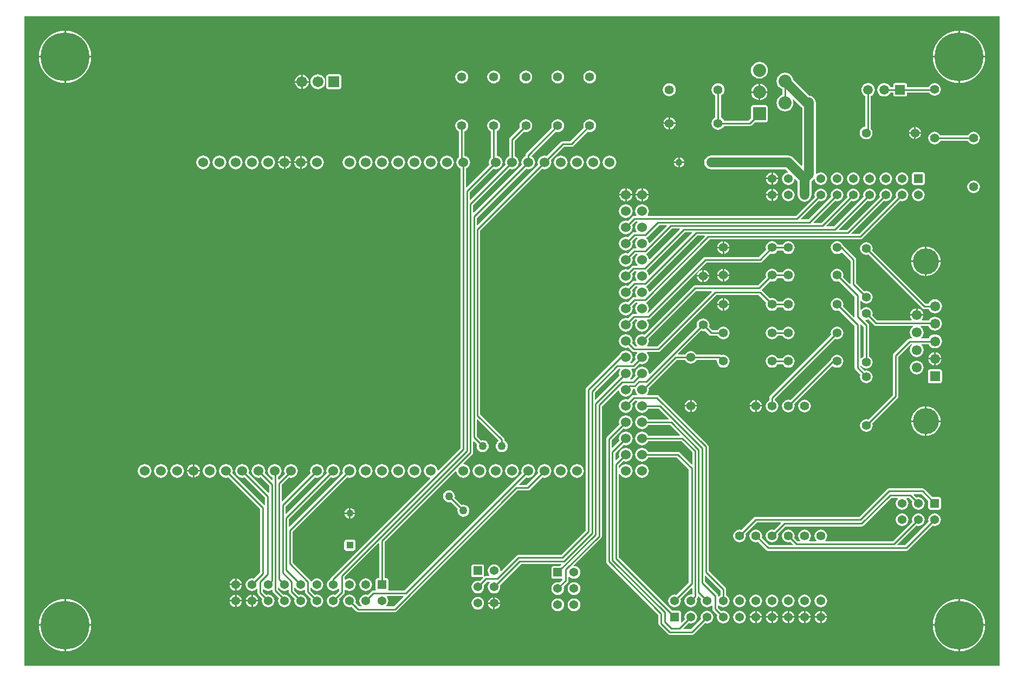
<source format=gbr>
G04 Layer_Physical_Order=1*
G04 Layer_Color=255*
%FSLAX23Y23*%
%MOIN*%
%TF.FileFunction,Copper,L1,Top,Signal*%
%TF.Part,Single*%
G01*
G75*
%TA.AperFunction,Conductor*%
%ADD10C,0.010*%
%ADD11C,0.060*%
%TA.AperFunction,ViaPad*%
%ADD12C,0.300*%
%TA.AperFunction,ComponentPad*%
%ADD13C,0.055*%
%ADD14C,0.043*%
%ADD15R,0.043X0.043*%
%ADD16C,0.054*%
%ADD17R,0.054X0.054*%
%ADD18R,0.054X0.054*%
%ADD19R,0.067X0.067*%
%ADD20C,0.067*%
%ADD21R,0.043X0.043*%
%ADD22C,0.060*%
%ADD23C,0.061*%
%ADD24C,0.160*%
%ADD25R,0.061X0.061*%
%ADD26C,0.080*%
%ADD27R,0.080X0.080*%
%ADD28C,0.059*%
%ADD29R,0.059X0.059*%
%TA.AperFunction,ViaPad*%
%ADD30C,0.050*%
G36*
X7000Y1000D02*
X1000D01*
Y5000D01*
X7000D01*
Y1000D01*
D02*
G37*
%LPC*%
G36*
X4000Y2242D02*
X3989Y2241D01*
X3979Y2237D01*
X3970Y2230D01*
X3963Y2221D01*
X3959Y2211D01*
X3958Y2200D01*
X3959Y2189D01*
X3963Y2179D01*
X3970Y2170D01*
X3979Y2163D01*
X3989Y2159D01*
X4000Y2158D01*
X4011Y2159D01*
X4021Y2163D01*
X4030Y2170D01*
X4037Y2179D01*
X4041Y2189D01*
X4042Y2200D01*
X4041Y2211D01*
X4037Y2221D01*
X4030Y2230D01*
X4021Y2237D01*
X4011Y2241D01*
X4000Y2242D01*
D02*
G37*
G36*
X4300D02*
X4289Y2241D01*
X4279Y2237D01*
X4270Y2230D01*
X4263Y2221D01*
X4259Y2211D01*
X4258Y2200D01*
X4259Y2189D01*
X4263Y2179D01*
X4270Y2170D01*
X4279Y2163D01*
X4289Y2159D01*
X4300Y2158D01*
X4311Y2159D01*
X4321Y2163D01*
X4330Y2170D01*
X4337Y2179D01*
X4341Y2189D01*
X4342Y2200D01*
X4341Y2211D01*
X4337Y2221D01*
X4330Y2230D01*
X4321Y2237D01*
X4311Y2241D01*
X4300Y2242D01*
D02*
G37*
G36*
X4400D02*
X4389Y2241D01*
X4379Y2237D01*
X4370Y2230D01*
X4363Y2221D01*
X4359Y2211D01*
X4358Y2200D01*
X4359Y2189D01*
X4363Y2179D01*
X4370Y2170D01*
X4379Y2163D01*
X4389Y2159D01*
X4400Y2158D01*
X4411Y2159D01*
X4421Y2163D01*
X4430Y2170D01*
X4437Y2179D01*
X4441Y2189D01*
X4442Y2200D01*
X4441Y2211D01*
X4437Y2221D01*
X4430Y2230D01*
X4421Y2237D01*
X4411Y2241D01*
X4400Y2242D01*
D02*
G37*
G36*
X3900D02*
X3889Y2241D01*
X3879Y2237D01*
X3870Y2230D01*
X3863Y2221D01*
X3859Y2211D01*
X3858Y2200D01*
X3859Y2189D01*
X3863Y2179D01*
X3870Y2170D01*
X3879Y2163D01*
X3889Y2159D01*
X3900Y2158D01*
X3911Y2159D01*
X3921Y2163D01*
X3930Y2170D01*
X3937Y2179D01*
X3941Y2189D01*
X3942Y2200D01*
X3941Y2211D01*
X3937Y2221D01*
X3930Y2230D01*
X3921Y2237D01*
X3911Y2241D01*
X3900Y2242D01*
D02*
G37*
G36*
X3300D02*
X3289Y2241D01*
X3279Y2237D01*
X3270Y2230D01*
X3263Y2221D01*
X3259Y2211D01*
X3258Y2200D01*
X3259Y2189D01*
X3263Y2179D01*
X3270Y2170D01*
X3279Y2163D01*
X3289Y2159D01*
X3300Y2158D01*
X3311Y2159D01*
X3321Y2163D01*
X3330Y2170D01*
X3337Y2179D01*
X3341Y2189D01*
X3342Y2200D01*
X3341Y2211D01*
X3337Y2221D01*
X3330Y2230D01*
X3321Y2237D01*
X3311Y2241D01*
X3300Y2242D01*
D02*
G37*
G36*
X3400D02*
X3389Y2241D01*
X3379Y2237D01*
X3370Y2230D01*
X3363Y2221D01*
X3359Y2211D01*
X3358Y2200D01*
X3359Y2189D01*
X3363Y2179D01*
X3370Y2170D01*
X3379Y2163D01*
X3389Y2159D01*
X3400Y2158D01*
X3411Y2159D01*
X3421Y2163D01*
X3430Y2170D01*
X3437Y2179D01*
X3441Y2189D01*
X3442Y2200D01*
X3441Y2211D01*
X3437Y2221D01*
X3430Y2230D01*
X3421Y2237D01*
X3411Y2241D01*
X3400Y2242D01*
D02*
G37*
G36*
X3800D02*
X3789Y2241D01*
X3779Y2237D01*
X3770Y2230D01*
X3763Y2221D01*
X3759Y2211D01*
X3758Y2200D01*
X3759Y2189D01*
X3763Y2179D01*
X3770Y2170D01*
X3779Y2163D01*
X3789Y2159D01*
X3800Y2158D01*
X3811Y2159D01*
X3821Y2163D01*
X3830Y2170D01*
X3837Y2179D01*
X3841Y2189D01*
X3842Y2200D01*
X3841Y2211D01*
X3837Y2221D01*
X3830Y2230D01*
X3821Y2237D01*
X3811Y2241D01*
X3800Y2242D01*
D02*
G37*
G36*
X2045Y2240D02*
Y2205D01*
X2080D01*
X2079Y2210D01*
X2075Y2220D01*
X2069Y2229D01*
X2060Y2235D01*
X2050Y2239D01*
X2045Y2240D01*
D02*
G37*
G36*
X6541Y2501D02*
X6456D01*
X6457Y2489D01*
X6462Y2472D01*
X6471Y2456D01*
X6482Y2442D01*
X6496Y2431D01*
X6511Y2423D01*
X6528Y2418D01*
X6541Y2416D01*
Y2501D01*
D02*
G37*
G36*
X6636D02*
X6551D01*
Y2416D01*
X6564Y2418D01*
X6581Y2423D01*
X6596Y2431D01*
X6610Y2442D01*
X6621Y2456D01*
X6629Y2472D01*
X6635Y2489D01*
X6636Y2501D01*
D02*
G37*
G36*
X2035Y2240D02*
X2030Y2239D01*
X2020Y2235D01*
X2011Y2229D01*
X2005Y2220D01*
X2001Y2210D01*
X2000Y2205D01*
X2035D01*
Y2240D01*
D02*
G37*
G36*
X4800Y2242D02*
X4789Y2241D01*
X4779Y2237D01*
X4770Y2230D01*
X4763Y2221D01*
X4759Y2211D01*
X4758Y2200D01*
X4759Y2189D01*
X4763Y2179D01*
X4770Y2170D01*
X4779Y2163D01*
X4789Y2159D01*
X4800Y2158D01*
X4811Y2159D01*
X4821Y2163D01*
X4830Y2170D01*
X4837Y2179D01*
X4841Y2189D01*
X4842Y2200D01*
X4841Y2211D01*
X4837Y2221D01*
X4830Y2230D01*
X4821Y2237D01*
X4811Y2241D01*
X4800Y2242D01*
D02*
G37*
G36*
X2035Y2195D02*
X2000D01*
X2001Y2190D01*
X2005Y2180D01*
X2011Y2171D01*
X2020Y2165D01*
X2030Y2161D01*
X2035Y2160D01*
Y2195D01*
D02*
G37*
G36*
X2080D02*
X2045D01*
Y2160D01*
X2050Y2161D01*
X2060Y2165D01*
X2069Y2171D01*
X2075Y2180D01*
X2079Y2190D01*
X2080Y2195D01*
D02*
G37*
G36*
X2997Y1970D02*
X2994Y1970D01*
X2986Y1967D01*
X2979Y1962D01*
X2974Y1955D01*
X2971Y1947D01*
X2971Y1944D01*
X2997D01*
Y1970D01*
D02*
G37*
G36*
X3007D02*
Y1944D01*
X3033D01*
X3033Y1947D01*
X3030Y1955D01*
X3025Y1962D01*
X3018Y1967D01*
X3010Y1970D01*
X3007Y1970D01*
D02*
G37*
G36*
X6525Y2092D02*
X6319D01*
X6313Y2091D01*
X6307Y2087D01*
X6137Y1917D01*
X5500D01*
X5493Y1916D01*
X5488Y1912D01*
X5413Y1837D01*
X5410Y1838D01*
X5400Y1840D01*
X5390Y1838D01*
X5380Y1834D01*
X5372Y1828D01*
X5366Y1820D01*
X5362Y1810D01*
X5360Y1800D01*
X5362Y1790D01*
X5366Y1780D01*
X5372Y1772D01*
X5380Y1766D01*
X5390Y1762D01*
X5400Y1760D01*
X5410Y1762D01*
X5420Y1766D01*
X5428Y1772D01*
X5434Y1780D01*
X5438Y1790D01*
X5440Y1800D01*
X5438Y1810D01*
X5437Y1813D01*
X5507Y1883D01*
X5652D01*
X5654Y1878D01*
X5613Y1837D01*
X5610Y1838D01*
X5600Y1840D01*
X5590Y1838D01*
X5580Y1834D01*
X5572Y1828D01*
X5566Y1820D01*
X5562Y1810D01*
X5560Y1800D01*
X5562Y1790D01*
X5566Y1780D01*
X5572Y1772D01*
X5580Y1766D01*
X5590Y1762D01*
X5600Y1760D01*
X5610Y1762D01*
X5620Y1766D01*
X5628Y1772D01*
X5634Y1780D01*
X5638Y1790D01*
X5640Y1800D01*
X5638Y1810D01*
X5637Y1813D01*
X5682Y1858D01*
X6150D01*
X6157Y1859D01*
X6162Y1863D01*
X6332Y2033D01*
X6371D01*
X6373Y2028D01*
X6372Y2028D01*
X6366Y2020D01*
X6362Y2010D01*
X6361Y2000D01*
X6362Y1990D01*
X6366Y1980D01*
X6372Y1972D01*
X6380Y1966D01*
X6390Y1962D01*
X6400Y1961D01*
X6410Y1962D01*
X6420Y1966D01*
X6428Y1972D01*
X6434Y1980D01*
X6438Y1990D01*
X6439Y2000D01*
X6438Y2010D01*
X6434Y2020D01*
X6428Y2028D01*
X6427Y2028D01*
X6429Y2033D01*
X6443D01*
X6463Y2013D01*
X6462Y2010D01*
X6461Y2000D01*
X6462Y1990D01*
X6466Y1980D01*
X6472Y1972D01*
X6480Y1966D01*
X6490Y1962D01*
X6500Y1961D01*
X6510Y1962D01*
X6520Y1966D01*
X6528Y1972D01*
X6534Y1980D01*
X6538Y1990D01*
X6539Y2000D01*
X6538Y2010D01*
X6534Y2020D01*
X6528Y2028D01*
X6520Y2034D01*
X6510Y2038D01*
X6500Y2039D01*
X6490Y2038D01*
X6487Y2037D01*
X6471Y2053D01*
X6473Y2058D01*
X6518D01*
X6561Y2015D01*
Y1973D01*
X6562Y1968D01*
X6565Y1965D01*
X6568Y1962D01*
X6573Y1961D01*
X6627D01*
X6632Y1962D01*
X6635Y1965D01*
X6638Y1968D01*
X6639Y1973D01*
Y2027D01*
X6638Y2032D01*
X6635Y2035D01*
X6632Y2038D01*
X6627Y2039D01*
X6585D01*
X6537Y2087D01*
X6532Y2091D01*
X6525Y2092D01*
D02*
G37*
G36*
X3612Y2081D02*
X3603Y2080D01*
X3594Y2076D01*
X3586Y2070D01*
X3580Y2063D01*
X3576Y2054D01*
X3575Y2044D01*
X3576Y2034D01*
X3580Y2026D01*
X3586Y2018D01*
X3594Y2012D01*
X3603Y2008D01*
X3612Y2007D01*
X3622Y2008D01*
X3623Y2009D01*
X3666Y1967D01*
X3665Y1965D01*
X3664Y1956D01*
X3665Y1946D01*
X3669Y1937D01*
X3675Y1929D01*
X3682Y1923D01*
X3691Y1920D01*
X3701Y1918D01*
X3710Y1920D01*
X3719Y1923D01*
X3727Y1929D01*
X3733Y1937D01*
X3737Y1946D01*
X3738Y1956D01*
X3737Y1965D01*
X3733Y1974D01*
X3727Y1982D01*
X3719Y1988D01*
X3710Y1991D01*
X3701Y1993D01*
X3691Y1991D01*
X3690Y1991D01*
X3647Y2033D01*
X3648Y2034D01*
X3649Y2044D01*
X3648Y2054D01*
X3644Y2063D01*
X3638Y2070D01*
X3631Y2076D01*
X3622Y2080D01*
X3612Y2081D01*
D02*
G37*
G36*
X6600Y1939D02*
X6590Y1938D01*
X6580Y1934D01*
X6572Y1928D01*
X6566Y1920D01*
X6562Y1910D01*
X6561Y1900D01*
X6562Y1890D01*
X6563Y1887D01*
X6418Y1742D01*
X6373D01*
X6371Y1747D01*
X6487Y1863D01*
X6490Y1862D01*
X6500Y1861D01*
X6510Y1862D01*
X6520Y1866D01*
X6528Y1872D01*
X6534Y1880D01*
X6538Y1890D01*
X6539Y1900D01*
X6538Y1910D01*
X6534Y1920D01*
X6528Y1928D01*
X6520Y1934D01*
X6510Y1938D01*
X6500Y1939D01*
X6490Y1938D01*
X6480Y1934D01*
X6472Y1928D01*
X6466Y1920D01*
X6462Y1910D01*
X6461Y1900D01*
X6462Y1890D01*
X6463Y1887D01*
X6343Y1767D01*
X5930D01*
X5929Y1770D01*
X5928Y1772D01*
X5934Y1780D01*
X5938Y1790D01*
X5940Y1800D01*
X5938Y1810D01*
X5934Y1820D01*
X5928Y1828D01*
X5920Y1834D01*
X5910Y1838D01*
X5900Y1840D01*
X5890Y1838D01*
X5880Y1834D01*
X5872Y1828D01*
X5866Y1820D01*
X5862Y1810D01*
X5860Y1800D01*
X5862Y1790D01*
X5866Y1780D01*
X5872Y1772D01*
X5871Y1770D01*
X5870Y1767D01*
X5830D01*
X5829Y1770D01*
X5828Y1772D01*
X5834Y1780D01*
X5838Y1790D01*
X5840Y1800D01*
X5838Y1810D01*
X5834Y1820D01*
X5828Y1828D01*
X5820Y1834D01*
X5810Y1838D01*
X5800Y1840D01*
X5790Y1838D01*
X5780Y1834D01*
X5772Y1828D01*
X5766Y1820D01*
X5762Y1810D01*
X5760Y1800D01*
X5762Y1790D01*
X5766Y1780D01*
X5772Y1772D01*
X5771Y1770D01*
X5770Y1767D01*
X5757D01*
X5737Y1787D01*
X5738Y1790D01*
X5740Y1800D01*
X5738Y1810D01*
X5734Y1820D01*
X5728Y1828D01*
X5720Y1834D01*
X5710Y1838D01*
X5700Y1840D01*
X5690Y1838D01*
X5680Y1834D01*
X5672Y1828D01*
X5666Y1820D01*
X5662Y1810D01*
X5660Y1800D01*
X5662Y1790D01*
X5666Y1780D01*
X5672Y1772D01*
X5680Y1766D01*
X5690Y1762D01*
X5700Y1760D01*
X5710Y1762D01*
X5713Y1763D01*
X5729Y1747D01*
X5727Y1742D01*
X5582D01*
X5537Y1787D01*
X5538Y1790D01*
X5540Y1800D01*
X5538Y1810D01*
X5534Y1820D01*
X5528Y1828D01*
X5520Y1834D01*
X5510Y1838D01*
X5500Y1840D01*
X5490Y1838D01*
X5480Y1834D01*
X5472Y1828D01*
X5466Y1820D01*
X5462Y1810D01*
X5460Y1800D01*
X5462Y1790D01*
X5466Y1780D01*
X5472Y1772D01*
X5480Y1766D01*
X5490Y1762D01*
X5500Y1760D01*
X5510Y1762D01*
X5513Y1763D01*
X5563Y1713D01*
X5568Y1709D01*
X5575Y1708D01*
X6425D01*
X6432Y1709D01*
X6437Y1713D01*
X6587Y1863D01*
X6590Y1862D01*
X6600Y1861D01*
X6610Y1862D01*
X6620Y1866D01*
X6628Y1872D01*
X6634Y1880D01*
X6638Y1890D01*
X6639Y1900D01*
X6638Y1910D01*
X6634Y1920D01*
X6628Y1928D01*
X6620Y1934D01*
X6610Y1938D01*
X6600Y1939D01*
D02*
G37*
G36*
X3033Y1934D02*
X3007D01*
Y1908D01*
X3010Y1908D01*
X3018Y1911D01*
X3025Y1916D01*
X3030Y1923D01*
X3033Y1931D01*
X3033Y1934D01*
D02*
G37*
G36*
X2997D02*
X2971D01*
X2971Y1931D01*
X2974Y1923D01*
X2979Y1916D01*
X2986Y1911D01*
X2994Y1908D01*
X2997Y1908D01*
Y1934D01*
D02*
G37*
G36*
X3000Y2242D02*
X2989Y2241D01*
X2979Y2237D01*
X2970Y2230D01*
X2963Y2221D01*
X2959Y2211D01*
X2958Y2200D01*
X2959Y2189D01*
X2961Y2185D01*
X2632Y1856D01*
X2628Y1858D01*
Y1903D01*
X2885Y2161D01*
X2889Y2159D01*
X2900Y2158D01*
X2911Y2159D01*
X2921Y2163D01*
X2930Y2170D01*
X2937Y2179D01*
X2941Y2189D01*
X2942Y2200D01*
X2941Y2211D01*
X2937Y2221D01*
X2930Y2230D01*
X2921Y2237D01*
X2911Y2241D01*
X2900Y2242D01*
X2889Y2241D01*
X2879Y2237D01*
X2870Y2230D01*
X2863Y2221D01*
X2859Y2211D01*
X2858Y2200D01*
X2859Y2189D01*
X2861Y2185D01*
X2610Y1935D01*
X2606Y1936D01*
Y1981D01*
X2785Y2161D01*
X2789Y2159D01*
X2800Y2158D01*
X2811Y2159D01*
X2821Y2163D01*
X2830Y2170D01*
X2837Y2179D01*
X2841Y2189D01*
X2842Y2200D01*
X2841Y2211D01*
X2837Y2221D01*
X2830Y2230D01*
X2821Y2237D01*
X2811Y2241D01*
X2800Y2242D01*
X2789Y2241D01*
X2779Y2237D01*
X2770Y2230D01*
X2763Y2221D01*
X2759Y2211D01*
X2758Y2200D01*
X2759Y2189D01*
X2761Y2185D01*
X2587Y2012D01*
X2583Y2014D01*
Y2116D01*
X2627Y2160D01*
X2629Y2159D01*
X2640Y2158D01*
X2651Y2159D01*
X2661Y2163D01*
X2670Y2170D01*
X2677Y2179D01*
X2681Y2189D01*
X2682Y2200D01*
X2681Y2211D01*
X2677Y2221D01*
X2670Y2230D01*
X2661Y2237D01*
X2651Y2241D01*
X2640Y2242D01*
X2629Y2241D01*
X2619Y2237D01*
X2610Y2230D01*
X2603Y2221D01*
X2599Y2211D01*
X2598Y2200D01*
X2599Y2189D01*
X2602Y2183D01*
X2566Y2147D01*
X2561Y2149D01*
Y2163D01*
X2561Y2163D01*
X2570Y2170D01*
X2577Y2179D01*
X2581Y2189D01*
X2582Y2200D01*
X2581Y2211D01*
X2577Y2221D01*
X2570Y2230D01*
X2561Y2237D01*
X2551Y2241D01*
X2540Y2242D01*
X2529Y2241D01*
X2519Y2237D01*
X2510Y2230D01*
X2503Y2221D01*
X2499Y2211D01*
X2498Y2200D01*
X2499Y2189D01*
X2503Y2179D01*
X2510Y2170D01*
X2519Y2163D01*
X2527Y2160D01*
Y2144D01*
X2522Y2142D01*
X2479Y2185D01*
X2481Y2189D01*
X2482Y2200D01*
X2481Y2211D01*
X2477Y2221D01*
X2470Y2230D01*
X2461Y2237D01*
X2451Y2241D01*
X2440Y2242D01*
X2429Y2241D01*
X2419Y2237D01*
X2410Y2230D01*
X2403Y2221D01*
X2399Y2211D01*
X2398Y2200D01*
X2399Y2189D01*
X2403Y2179D01*
X2410Y2170D01*
X2419Y2163D01*
X2429Y2159D01*
X2440Y2158D01*
X2451Y2159D01*
X2455Y2161D01*
X2505Y2111D01*
Y2066D01*
X2500Y2064D01*
X2379Y2185D01*
X2381Y2189D01*
X2382Y2200D01*
X2381Y2211D01*
X2377Y2221D01*
X2370Y2230D01*
X2361Y2237D01*
X2351Y2241D01*
X2340Y2242D01*
X2329Y2241D01*
X2319Y2237D01*
X2310Y2230D01*
X2303Y2221D01*
X2299Y2211D01*
X2298Y2200D01*
X2299Y2189D01*
X2303Y2179D01*
X2310Y2170D01*
X2319Y2163D01*
X2329Y2159D01*
X2340Y2158D01*
X2351Y2159D01*
X2355Y2161D01*
X2481Y2035D01*
Y1991D01*
X2476Y1989D01*
X2279Y2185D01*
X2281Y2189D01*
X2282Y2200D01*
X2281Y2211D01*
X2277Y2221D01*
X2270Y2230D01*
X2261Y2237D01*
X2251Y2241D01*
X2240Y2242D01*
X2229Y2241D01*
X2219Y2237D01*
X2210Y2230D01*
X2203Y2221D01*
X2199Y2211D01*
X2198Y2200D01*
X2199Y2189D01*
X2203Y2179D01*
X2210Y2170D01*
X2219Y2163D01*
X2229Y2159D01*
X2240Y2158D01*
X2251Y2159D01*
X2255Y2161D01*
X2451Y1965D01*
Y1575D01*
X2413Y1537D01*
X2410Y1538D01*
X2400Y1539D01*
X2390Y1538D01*
X2380Y1534D01*
X2372Y1528D01*
X2366Y1520D01*
X2362Y1510D01*
X2361Y1500D01*
X2362Y1490D01*
X2366Y1480D01*
X2372Y1472D01*
X2380Y1466D01*
X2390Y1462D01*
X2400Y1461D01*
X2410Y1462D01*
X2420Y1466D01*
X2428Y1472D01*
X2429Y1474D01*
X2434Y1472D01*
Y1449D01*
X2435Y1443D01*
X2439Y1437D01*
X2463Y1413D01*
X2462Y1410D01*
X2461Y1400D01*
X2462Y1390D01*
X2466Y1380D01*
X2472Y1372D01*
X2480Y1366D01*
X2490Y1362D01*
X2500Y1361D01*
X2510Y1362D01*
X2520Y1366D01*
X2528Y1372D01*
X2534Y1380D01*
X2538Y1390D01*
X2539Y1400D01*
X2538Y1410D01*
X2534Y1420D01*
X2528Y1428D01*
X2520Y1434D01*
X2510Y1438D01*
X2500Y1439D01*
X2490Y1438D01*
X2487Y1437D01*
X2468Y1456D01*
Y1471D01*
X2473Y1472D01*
X2480Y1466D01*
X2490Y1462D01*
X2500Y1461D01*
X2510Y1462D01*
X2520Y1466D01*
X2522Y1468D01*
X2527Y1466D01*
Y1462D01*
X2528Y1456D01*
X2532Y1450D01*
X2565Y1417D01*
X2562Y1410D01*
X2561Y1400D01*
X2562Y1390D01*
X2566Y1380D01*
X2572Y1372D01*
X2580Y1366D01*
X2590Y1362D01*
X2600Y1361D01*
X2610Y1362D01*
X2620Y1366D01*
X2628Y1372D01*
X2634Y1380D01*
X2638Y1390D01*
X2639Y1400D01*
X2638Y1410D01*
X2634Y1420D01*
X2628Y1428D01*
X2620Y1434D01*
X2610Y1438D01*
X2600Y1439D01*
X2592Y1438D01*
X2561Y1469D01*
Y1480D01*
X2566Y1481D01*
X2566Y1480D01*
X2572Y1472D01*
X2580Y1466D01*
X2590Y1462D01*
X2600Y1461D01*
X2610Y1462D01*
X2620Y1466D01*
X2622Y1468D01*
X2627Y1466D01*
Y1456D01*
X2628Y1450D01*
X2632Y1444D01*
X2663Y1413D01*
X2662Y1410D01*
X2661Y1400D01*
X2662Y1390D01*
X2666Y1380D01*
X2672Y1372D01*
X2680Y1366D01*
X2690Y1362D01*
X2700Y1361D01*
X2710Y1362D01*
X2720Y1366D01*
X2728Y1372D01*
X2734Y1380D01*
X2738Y1390D01*
X2739Y1400D01*
X2738Y1410D01*
X2734Y1420D01*
X2728Y1428D01*
X2720Y1434D01*
X2710Y1438D01*
X2700Y1439D01*
X2690Y1438D01*
X2687Y1437D01*
X2661Y1463D01*
Y1480D01*
X2666Y1481D01*
X2666Y1480D01*
X2672Y1472D01*
X2680Y1466D01*
X2690Y1462D01*
X2700Y1461D01*
X2710Y1462D01*
X2720Y1466D01*
X2722Y1468D01*
X2727Y1466D01*
Y1456D01*
X2728Y1450D01*
X2732Y1444D01*
X2763Y1413D01*
X2762Y1410D01*
X2761Y1400D01*
X2762Y1390D01*
X2766Y1380D01*
X2772Y1372D01*
X2780Y1366D01*
X2790Y1362D01*
X2800Y1361D01*
X2810Y1362D01*
X2820Y1366D01*
X2828Y1372D01*
X2834Y1380D01*
X2838Y1390D01*
X2839Y1400D01*
X2838Y1410D01*
X2834Y1420D01*
X2828Y1428D01*
X2820Y1434D01*
X2810Y1438D01*
X2800Y1439D01*
X2790Y1438D01*
X2787Y1437D01*
X2761Y1463D01*
Y1480D01*
X2766Y1481D01*
X2766Y1480D01*
X2772Y1472D01*
X2780Y1466D01*
X2790Y1462D01*
X2800Y1461D01*
X2810Y1462D01*
X2820Y1466D01*
X2828Y1472D01*
X2834Y1480D01*
X2838Y1490D01*
X2839Y1500D01*
X2838Y1510D01*
X2834Y1520D01*
X2828Y1528D01*
X2820Y1534D01*
X2810Y1538D01*
X2800Y1539D01*
X2790Y1538D01*
X2780Y1534D01*
X2772Y1528D01*
X2766Y1520D01*
X2766Y1519D01*
X2766Y1519D01*
X2761Y1519D01*
X2760Y1525D01*
X2756Y1530D01*
X2649Y1637D01*
Y1825D01*
X2985Y2161D01*
X2989Y2159D01*
X3000Y2158D01*
X3011Y2159D01*
X3021Y2163D01*
X3030Y2170D01*
X3037Y2179D01*
X3041Y2189D01*
X3042Y2200D01*
X3041Y2211D01*
X3037Y2221D01*
X3030Y2230D01*
X3021Y2237D01*
X3011Y2241D01*
X3000Y2242D01*
D02*
G37*
G36*
X3100D02*
X3089Y2241D01*
X3079Y2237D01*
X3070Y2230D01*
X3063Y2221D01*
X3059Y2211D01*
X3058Y2200D01*
X3059Y2189D01*
X3063Y2179D01*
X3070Y2170D01*
X3079Y2163D01*
X3089Y2159D01*
X3100Y2158D01*
X3111Y2159D01*
X3121Y2163D01*
X3130Y2170D01*
X3137Y2179D01*
X3141Y2189D01*
X3142Y2200D01*
X3141Y2211D01*
X3137Y2221D01*
X3130Y2230D01*
X3121Y2237D01*
X3111Y2241D01*
X3100Y2242D01*
D02*
G37*
G36*
X3200D02*
X3189Y2241D01*
X3179Y2237D01*
X3170Y2230D01*
X3163Y2221D01*
X3159Y2211D01*
X3158Y2200D01*
X3159Y2189D01*
X3163Y2179D01*
X3170Y2170D01*
X3179Y2163D01*
X3189Y2159D01*
X3200Y2158D01*
X3211Y2159D01*
X3221Y2163D01*
X3230Y2170D01*
X3237Y2179D01*
X3241Y2189D01*
X3242Y2200D01*
X3241Y2211D01*
X3237Y2221D01*
X3230Y2230D01*
X3221Y2237D01*
X3211Y2241D01*
X3200Y2242D01*
D02*
G37*
G36*
X2140D02*
X2129Y2241D01*
X2119Y2237D01*
X2110Y2230D01*
X2103Y2221D01*
X2099Y2211D01*
X2098Y2200D01*
X2099Y2189D01*
X2103Y2179D01*
X2110Y2170D01*
X2119Y2163D01*
X2129Y2159D01*
X2140Y2158D01*
X2151Y2159D01*
X2161Y2163D01*
X2170Y2170D01*
X2177Y2179D01*
X2181Y2189D01*
X2182Y2200D01*
X2181Y2211D01*
X2177Y2221D01*
X2170Y2230D01*
X2161Y2237D01*
X2151Y2241D01*
X2140Y2242D01*
D02*
G37*
G36*
X1740D02*
X1729Y2241D01*
X1719Y2237D01*
X1710Y2230D01*
X1703Y2221D01*
X1699Y2211D01*
X1698Y2200D01*
X1699Y2189D01*
X1703Y2179D01*
X1710Y2170D01*
X1719Y2163D01*
X1729Y2159D01*
X1740Y2158D01*
X1751Y2159D01*
X1761Y2163D01*
X1770Y2170D01*
X1777Y2179D01*
X1781Y2189D01*
X1782Y2200D01*
X1781Y2211D01*
X1777Y2221D01*
X1770Y2230D01*
X1761Y2237D01*
X1751Y2241D01*
X1740Y2242D01*
D02*
G37*
G36*
X1840D02*
X1829Y2241D01*
X1819Y2237D01*
X1810Y2230D01*
X1803Y2221D01*
X1799Y2211D01*
X1798Y2200D01*
X1799Y2189D01*
X1803Y2179D01*
X1810Y2170D01*
X1819Y2163D01*
X1829Y2159D01*
X1840Y2158D01*
X1851Y2159D01*
X1861Y2163D01*
X1870Y2170D01*
X1877Y2179D01*
X1881Y2189D01*
X1882Y2200D01*
X1881Y2211D01*
X1877Y2221D01*
X1870Y2230D01*
X1861Y2237D01*
X1851Y2241D01*
X1840Y2242D01*
D02*
G37*
G36*
X1940D02*
X1929Y2241D01*
X1919Y2237D01*
X1910Y2230D01*
X1903Y2221D01*
X1899Y2211D01*
X1898Y2200D01*
X1899Y2189D01*
X1903Y2179D01*
X1910Y2170D01*
X1919Y2163D01*
X1929Y2159D01*
X1940Y2158D01*
X1951Y2159D01*
X1961Y2163D01*
X1970Y2170D01*
X1977Y2179D01*
X1981Y2189D01*
X1982Y2200D01*
X1981Y2211D01*
X1977Y2221D01*
X1970Y2230D01*
X1961Y2237D01*
X1951Y2241D01*
X1940Y2242D01*
D02*
G37*
G36*
X4700Y2542D02*
X4689Y2541D01*
X4679Y2537D01*
X4670Y2530D01*
X4663Y2521D01*
X4659Y2511D01*
X4658Y2500D01*
X4659Y2489D01*
X4661Y2485D01*
X4584Y2408D01*
X4581Y2403D01*
X4579Y2396D01*
Y1642D01*
X4581Y1635D01*
X4584Y1630D01*
X4901Y1313D01*
Y1261D01*
X4902Y1254D01*
X4906Y1249D01*
X4959Y1196D01*
X4964Y1192D01*
X4971Y1191D01*
X5108D01*
X5115Y1192D01*
X5120Y1196D01*
X5187Y1263D01*
X5190Y1262D01*
X5200Y1261D01*
X5210Y1262D01*
X5220Y1266D01*
X5228Y1272D01*
X5234Y1280D01*
X5238Y1290D01*
X5239Y1300D01*
X5238Y1310D01*
X5234Y1320D01*
X5228Y1328D01*
X5220Y1334D01*
X5210Y1338D01*
X5200Y1339D01*
X5190Y1338D01*
X5180Y1334D01*
X5172Y1328D01*
X5166Y1320D01*
X5162Y1310D01*
X5161Y1300D01*
X5162Y1290D01*
X5163Y1287D01*
X5101Y1225D01*
X5056D01*
X5054Y1230D01*
X5087Y1263D01*
X5090Y1262D01*
X5100Y1261D01*
X5110Y1262D01*
X5120Y1266D01*
X5128Y1272D01*
X5134Y1280D01*
X5138Y1290D01*
X5139Y1300D01*
X5138Y1310D01*
X5134Y1320D01*
X5128Y1328D01*
X5120Y1334D01*
X5110Y1338D01*
X5100Y1339D01*
X5090Y1338D01*
X5080Y1334D01*
X5072Y1328D01*
X5066Y1320D01*
X5062Y1310D01*
X5061Y1300D01*
X5062Y1290D01*
X5063Y1287D01*
X5043Y1267D01*
X5038Y1270D01*
X5039Y1273D01*
Y1327D01*
X5038Y1332D01*
X5035Y1335D01*
X5032Y1338D01*
X5027Y1339D01*
X4985D01*
X4657Y1667D01*
Y2181D01*
X4662Y2182D01*
X4663Y2179D01*
X4670Y2170D01*
X4679Y2163D01*
X4689Y2159D01*
X4700Y2158D01*
X4711Y2159D01*
X4721Y2163D01*
X4730Y2170D01*
X4737Y2179D01*
X4741Y2189D01*
X4742Y2200D01*
X4741Y2211D01*
X4737Y2221D01*
X4730Y2230D01*
X4721Y2237D01*
X4711Y2241D01*
X4700Y2242D01*
X4689Y2241D01*
X4679Y2237D01*
X4670Y2230D01*
X4663Y2221D01*
X4662Y2218D01*
X4657Y2219D01*
Y2233D01*
X4685Y2261D01*
X4689Y2259D01*
X4700Y2258D01*
X4711Y2259D01*
X4721Y2263D01*
X4730Y2270D01*
X4737Y2279D01*
X4741Y2289D01*
X4742Y2300D01*
X4741Y2311D01*
X4737Y2321D01*
X4730Y2330D01*
X4721Y2337D01*
X4711Y2341D01*
X4700Y2342D01*
X4689Y2341D01*
X4679Y2337D01*
X4670Y2330D01*
X4663Y2321D01*
X4659Y2311D01*
X4658Y2300D01*
X4659Y2289D01*
X4661Y2285D01*
X4640Y2264D01*
X4635Y2266D01*
Y2311D01*
X4685Y2361D01*
X4689Y2359D01*
X4700Y2358D01*
X4711Y2359D01*
X4721Y2363D01*
X4730Y2370D01*
X4737Y2379D01*
X4741Y2389D01*
X4742Y2400D01*
X4741Y2411D01*
X4737Y2421D01*
X4730Y2430D01*
X4721Y2437D01*
X4711Y2441D01*
X4700Y2442D01*
X4689Y2441D01*
X4679Y2437D01*
X4670Y2430D01*
X4663Y2421D01*
X4659Y2411D01*
X4658Y2400D01*
X4659Y2389D01*
X4661Y2385D01*
X4618Y2342D01*
X4614Y2344D01*
Y2389D01*
X4685Y2461D01*
X4689Y2459D01*
X4700Y2458D01*
X4711Y2459D01*
X4721Y2463D01*
X4730Y2470D01*
X4737Y2479D01*
X4741Y2489D01*
X4742Y2500D01*
X4741Y2511D01*
X4737Y2521D01*
X4730Y2530D01*
X4721Y2537D01*
X4711Y2541D01*
X4700Y2542D01*
D02*
G37*
G36*
X6607Y2931D02*
Y2895D01*
X6642D01*
X6641Y2901D01*
X6637Y2911D01*
X6631Y2919D01*
X6622Y2926D01*
X6612Y2930D01*
X6607Y2931D01*
D02*
G37*
G36*
X6000Y3090D02*
X5990Y3088D01*
X5980Y3084D01*
X5972Y3078D01*
X5966Y3070D01*
X5962Y3060D01*
X5960Y3050D01*
X5962Y3040D01*
X5963Y3037D01*
X5588Y2662D01*
X5584Y2657D01*
X5583Y2650D01*
Y2636D01*
X5580Y2634D01*
X5572Y2628D01*
X5566Y2620D01*
X5562Y2610D01*
X5560Y2600D01*
X5562Y2590D01*
X5566Y2580D01*
X5572Y2572D01*
X5580Y2566D01*
X5590Y2562D01*
X5600Y2560D01*
X5610Y2562D01*
X5620Y2566D01*
X5628Y2572D01*
X5634Y2580D01*
X5638Y2590D01*
X5640Y2600D01*
X5638Y2610D01*
X5634Y2620D01*
X5628Y2628D01*
X5620Y2634D01*
X5617Y2636D01*
Y2643D01*
X5987Y3013D01*
X5990Y3012D01*
X6000Y3010D01*
X6010Y3012D01*
X6020Y3016D01*
X6028Y3022D01*
X6034Y3030D01*
X6038Y3040D01*
X6040Y3050D01*
X6038Y3060D01*
X6034Y3070D01*
X6028Y3078D01*
X6020Y3084D01*
X6010Y3088D01*
X6000Y3090D01*
D02*
G37*
G36*
X5700D02*
X5690Y3088D01*
X5680Y3084D01*
X5672Y3078D01*
X5666Y3070D01*
X5664Y3067D01*
X5636D01*
X5634Y3070D01*
X5628Y3078D01*
X5620Y3084D01*
X5610Y3088D01*
X5600Y3090D01*
X5590Y3088D01*
X5580Y3084D01*
X5572Y3078D01*
X5566Y3070D01*
X5562Y3060D01*
X5560Y3050D01*
X5562Y3040D01*
X5566Y3030D01*
X5572Y3022D01*
X5580Y3016D01*
X5590Y3012D01*
X5600Y3010D01*
X5610Y3012D01*
X5620Y3016D01*
X5628Y3022D01*
X5634Y3030D01*
X5636Y3033D01*
X5664D01*
X5666Y3030D01*
X5672Y3022D01*
X5680Y3016D01*
X5690Y3012D01*
X5700Y3010D01*
X5710Y3012D01*
X5720Y3016D01*
X5728Y3022D01*
X5734Y3030D01*
X5738Y3040D01*
X5740Y3050D01*
X5738Y3060D01*
X5734Y3070D01*
X5728Y3078D01*
X5720Y3084D01*
X5710Y3088D01*
X5700Y3090D01*
D02*
G37*
G36*
X6597Y2931D02*
X6591Y2930D01*
X6581Y2926D01*
X6573Y2919D01*
X6566Y2911D01*
X6562Y2901D01*
X6561Y2895D01*
X6597D01*
Y2931D01*
D02*
G37*
G36*
Y2885D02*
X6561D01*
X6562Y2880D01*
X6566Y2870D01*
X6573Y2861D01*
X6581Y2855D01*
X6591Y2851D01*
X6597Y2850D01*
Y2885D01*
D02*
G37*
G36*
X6642D02*
X6607D01*
Y2850D01*
X6612Y2851D01*
X6622Y2855D01*
X6631Y2861D01*
X6637Y2870D01*
X6641Y2880D01*
X6642Y2885D01*
D02*
G37*
G36*
X5700Y2915D02*
X5690Y2913D01*
X5680Y2909D01*
X5672Y2903D01*
X5666Y2895D01*
X5664Y2892D01*
X5636D01*
X5634Y2895D01*
X5628Y2903D01*
X5620Y2909D01*
X5610Y2913D01*
X5600Y2915D01*
X5590Y2913D01*
X5580Y2909D01*
X5572Y2903D01*
X5566Y2895D01*
X5562Y2885D01*
X5560Y2875D01*
X5562Y2865D01*
X5566Y2855D01*
X5572Y2847D01*
X5580Y2841D01*
X5590Y2837D01*
X5600Y2835D01*
X5610Y2837D01*
X5620Y2841D01*
X5628Y2847D01*
X5634Y2855D01*
X5636Y2858D01*
X5664D01*
X5666Y2855D01*
X5672Y2847D01*
X5680Y2841D01*
X5690Y2837D01*
X5700Y2835D01*
X5710Y2837D01*
X5720Y2841D01*
X5728Y2847D01*
X5734Y2855D01*
X5738Y2865D01*
X5740Y2875D01*
X5738Y2885D01*
X5734Y2895D01*
X5728Y2903D01*
X5720Y2909D01*
X5710Y2913D01*
X5700Y2915D01*
D02*
G37*
G36*
X5337Y3220D02*
X5305D01*
Y3188D01*
X5310Y3188D01*
X5319Y3192D01*
X5327Y3198D01*
X5333Y3206D01*
X5337Y3215D01*
X5337Y3220D01*
D02*
G37*
G36*
X5295Y3262D02*
X5290Y3262D01*
X5281Y3258D01*
X5273Y3252D01*
X5267Y3244D01*
X5263Y3235D01*
X5263Y3230D01*
X5295D01*
Y3262D01*
D02*
G37*
G36*
X5305D02*
Y3230D01*
X5337D01*
X5337Y3235D01*
X5333Y3244D01*
X5327Y3252D01*
X5319Y3258D01*
X5310Y3262D01*
X5305Y3262D01*
D02*
G37*
G36*
X5295Y3220D02*
X5263D01*
X5263Y3215D01*
X5267Y3206D01*
X5273Y3198D01*
X5281Y3192D01*
X5290Y3188D01*
X5295Y3188D01*
Y3220D01*
D02*
G37*
G36*
X6485Y3200D02*
X6479Y3200D01*
X6469Y3196D01*
X6461Y3189D01*
X6454Y3181D01*
X6450Y3171D01*
X6450Y3165D01*
X6485D01*
Y3200D01*
D02*
G37*
G36*
X6495D02*
Y3165D01*
X6530D01*
X6530Y3171D01*
X6526Y3181D01*
X6519Y3189D01*
X6511Y3196D01*
X6501Y3200D01*
X6495Y3200D01*
D02*
G37*
G36*
X6180Y3610D02*
X6170Y3608D01*
X6160Y3604D01*
X6152Y3598D01*
X6146Y3590D01*
X6142Y3580D01*
X6140Y3570D01*
X6142Y3560D01*
X6146Y3550D01*
X6152Y3542D01*
X6160Y3536D01*
X6170Y3532D01*
X6180Y3530D01*
X6190Y3532D01*
X6193Y3533D01*
X6524Y3202D01*
X6530Y3198D01*
X6536Y3197D01*
X6563D01*
X6565Y3192D01*
X6571Y3184D01*
X6580Y3177D01*
X6591Y3173D01*
X6602Y3171D01*
X6613Y3173D01*
X6623Y3177D01*
X6632Y3184D01*
X6639Y3192D01*
X6643Y3203D01*
X6645Y3214D01*
X6643Y3225D01*
X6639Y3235D01*
X6632Y3244D01*
X6623Y3251D01*
X6613Y3255D01*
X6602Y3257D01*
X6591Y3255D01*
X6580Y3251D01*
X6571Y3244D01*
X6565Y3235D01*
X6563Y3231D01*
X6543D01*
X6217Y3557D01*
X6218Y3560D01*
X6220Y3570D01*
X6218Y3580D01*
X6214Y3590D01*
X6208Y3598D01*
X6200Y3604D01*
X6190Y3608D01*
X6180Y3610D01*
D02*
G37*
G36*
X5495Y2595D02*
X5463D01*
X5463Y2590D01*
X5467Y2581D01*
X5473Y2573D01*
X5481Y2567D01*
X5490Y2563D01*
X5495Y2563D01*
Y2595D01*
D02*
G37*
G36*
X5137D02*
X5105D01*
Y2563D01*
X5110Y2563D01*
X5119Y2567D01*
X5127Y2573D01*
X5133Y2581D01*
X5137Y2590D01*
X5137Y2595D01*
D02*
G37*
G36*
X5537D02*
X5505D01*
Y2563D01*
X5510Y2563D01*
X5519Y2567D01*
X5527Y2573D01*
X5533Y2581D01*
X5537Y2590D01*
X5537Y2595D01*
D02*
G37*
G36*
X5095D02*
X5063D01*
X5063Y2590D01*
X5067Y2581D01*
X5073Y2573D01*
X5081Y2567D01*
X5090Y2563D01*
X5095Y2563D01*
Y2595D01*
D02*
G37*
G36*
X6541Y2596D02*
X6528Y2595D01*
X6511Y2590D01*
X6496Y2582D01*
X6482Y2570D01*
X6471Y2557D01*
X6462Y2541D01*
X6457Y2524D01*
X6456Y2511D01*
X6541D01*
Y2596D01*
D02*
G37*
G36*
X6551D02*
Y2511D01*
X6636D01*
X6635Y2524D01*
X6629Y2541D01*
X6621Y2557D01*
X6610Y2570D01*
X6596Y2582D01*
X6581Y2590D01*
X6564Y2595D01*
X6551Y2596D01*
D02*
G37*
G36*
X5800Y2640D02*
X5790Y2638D01*
X5780Y2634D01*
X5772Y2628D01*
X5766Y2620D01*
X5762Y2610D01*
X5760Y2600D01*
X5762Y2590D01*
X5766Y2580D01*
X5772Y2572D01*
X5780Y2566D01*
X5790Y2562D01*
X5800Y2560D01*
X5810Y2562D01*
X5820Y2566D01*
X5828Y2572D01*
X5834Y2580D01*
X5838Y2590D01*
X5840Y2600D01*
X5838Y2610D01*
X5834Y2620D01*
X5828Y2628D01*
X5820Y2634D01*
X5810Y2638D01*
X5800Y2640D01*
D02*
G37*
G36*
X6633Y2825D02*
X6571D01*
X6566Y2824D01*
X6563Y2822D01*
X6560Y2818D01*
X6559Y2813D01*
Y2752D01*
X6560Y2747D01*
X6563Y2743D01*
X6566Y2741D01*
X6571Y2740D01*
X6633D01*
X6637Y2741D01*
X6641Y2743D01*
X6644Y2747D01*
X6645Y2752D01*
Y2813D01*
X6644Y2818D01*
X6641Y2822D01*
X6637Y2824D01*
X6633Y2825D01*
D02*
G37*
G36*
X6490Y2879D02*
X6479Y2878D01*
X6469Y2874D01*
X6460Y2867D01*
X6453Y2858D01*
X6449Y2847D01*
X6447Y2836D01*
X6449Y2825D01*
X6453Y2815D01*
X6460Y2806D01*
X6469Y2799D01*
X6479Y2795D01*
X6490Y2793D01*
X6501Y2795D01*
X6511Y2799D01*
X6520Y2806D01*
X6527Y2815D01*
X6531Y2825D01*
X6533Y2836D01*
X6531Y2847D01*
X6527Y2858D01*
X6520Y2867D01*
X6511Y2874D01*
X6501Y2878D01*
X6490Y2879D01*
D02*
G37*
G36*
X6000Y2915D02*
X5990Y2913D01*
X5980Y2909D01*
X5972Y2903D01*
X5966Y2895D01*
X5962Y2886D01*
X5713Y2637D01*
X5710Y2638D01*
X5700Y2640D01*
X5690Y2638D01*
X5680Y2634D01*
X5672Y2628D01*
X5666Y2620D01*
X5662Y2610D01*
X5660Y2600D01*
X5662Y2590D01*
X5666Y2580D01*
X5672Y2572D01*
X5680Y2566D01*
X5690Y2562D01*
X5700Y2560D01*
X5710Y2562D01*
X5720Y2566D01*
X5728Y2572D01*
X5734Y2580D01*
X5738Y2590D01*
X5740Y2600D01*
X5738Y2610D01*
X5737Y2613D01*
X5971Y2847D01*
X5972Y2847D01*
X5980Y2841D01*
X5990Y2837D01*
X6000Y2835D01*
X6010Y2837D01*
X6020Y2841D01*
X6028Y2847D01*
X6034Y2855D01*
X6038Y2865D01*
X6040Y2875D01*
X6038Y2885D01*
X6034Y2895D01*
X6028Y2903D01*
X6020Y2909D01*
X6010Y2913D01*
X6000Y2915D01*
D02*
G37*
G36*
X5505Y2637D02*
Y2605D01*
X5537D01*
X5537Y2610D01*
X5533Y2619D01*
X5527Y2627D01*
X5519Y2633D01*
X5510Y2637D01*
X5505Y2637D01*
D02*
G37*
G36*
X5095D02*
X5090Y2637D01*
X5081Y2633D01*
X5073Y2627D01*
X5067Y2619D01*
X5063Y2610D01*
X5063Y2605D01*
X5095D01*
Y2637D01*
D02*
G37*
G36*
X5495D02*
X5490Y2637D01*
X5481Y2633D01*
X5473Y2627D01*
X5467Y2619D01*
X5463Y2610D01*
X5463Y2605D01*
X5495D01*
Y2637D01*
D02*
G37*
G36*
X5105D02*
Y2605D01*
X5137D01*
X5137Y2610D01*
X5133Y2619D01*
X5127Y2627D01*
X5119Y2633D01*
X5110Y2637D01*
X5105Y2637D01*
D02*
G37*
G36*
X6400Y1939D02*
X6390Y1938D01*
X6380Y1934D01*
X6372Y1928D01*
X6366Y1920D01*
X6362Y1910D01*
X6361Y1900D01*
X6362Y1890D01*
X6366Y1880D01*
X6372Y1872D01*
X6380Y1866D01*
X6390Y1862D01*
X6400Y1861D01*
X6410Y1862D01*
X6420Y1866D01*
X6428Y1872D01*
X6434Y1880D01*
X6438Y1890D01*
X6439Y1900D01*
X6438Y1910D01*
X6434Y1920D01*
X6428Y1928D01*
X6420Y1934D01*
X6410Y1938D01*
X6400Y1939D01*
D02*
G37*
G36*
X5937Y1295D02*
X5905D01*
Y1263D01*
X5910Y1264D01*
X5919Y1268D01*
X5926Y1274D01*
X5932Y1281D01*
X5936Y1290D01*
X5937Y1295D01*
D02*
G37*
G36*
X5495Y1337D02*
X5490Y1336D01*
X5481Y1332D01*
X5474Y1326D01*
X5468Y1319D01*
X5464Y1310D01*
X5463Y1305D01*
X5495D01*
Y1337D01*
D02*
G37*
G36*
X5505D02*
Y1305D01*
X5537D01*
X5536Y1310D01*
X5532Y1319D01*
X5526Y1326D01*
X5519Y1332D01*
X5510Y1336D01*
X5505Y1337D01*
D02*
G37*
G36*
X5895Y1295D02*
X5863D01*
X5864Y1290D01*
X5868Y1281D01*
X5874Y1274D01*
X5881Y1268D01*
X5890Y1264D01*
X5895Y1263D01*
Y1295D01*
D02*
G37*
G36*
X5737D02*
X5705D01*
Y1263D01*
X5710Y1264D01*
X5719Y1268D01*
X5726Y1274D01*
X5732Y1281D01*
X5736Y1290D01*
X5737Y1295D01*
D02*
G37*
G36*
X5795D02*
X5763D01*
X5764Y1290D01*
X5768Y1281D01*
X5774Y1274D01*
X5781Y1268D01*
X5790Y1264D01*
X5795Y1263D01*
Y1295D01*
D02*
G37*
G36*
X5837D02*
X5805D01*
Y1263D01*
X5810Y1264D01*
X5819Y1268D01*
X5826Y1274D01*
X5832Y1281D01*
X5836Y1290D01*
X5837Y1295D01*
D02*
G37*
G36*
X5795Y1337D02*
X5790Y1336D01*
X5781Y1332D01*
X5774Y1326D01*
X5768Y1319D01*
X5764Y1310D01*
X5763Y1305D01*
X5795D01*
Y1337D01*
D02*
G37*
G36*
X5805D02*
Y1305D01*
X5837D01*
X5836Y1310D01*
X5832Y1319D01*
X5826Y1326D01*
X5819Y1332D01*
X5810Y1336D01*
X5805Y1337D01*
D02*
G37*
G36*
X5895D02*
X5890Y1336D01*
X5881Y1332D01*
X5874Y1326D01*
X5868Y1319D01*
X5864Y1310D01*
X5863Y1305D01*
X5895D01*
Y1337D01*
D02*
G37*
G36*
X5705D02*
Y1305D01*
X5737D01*
X5736Y1310D01*
X5732Y1319D01*
X5726Y1326D01*
X5719Y1332D01*
X5710Y1336D01*
X5705Y1337D01*
D02*
G37*
G36*
X5595D02*
X5590Y1336D01*
X5581Y1332D01*
X5574Y1326D01*
X5568Y1319D01*
X5564Y1310D01*
X5563Y1305D01*
X5595D01*
Y1337D01*
D02*
G37*
G36*
X5605D02*
Y1305D01*
X5637D01*
X5636Y1310D01*
X5632Y1319D01*
X5626Y1326D01*
X5619Y1332D01*
X5610Y1336D01*
X5605Y1337D01*
D02*
G37*
G36*
X5695D02*
X5690Y1336D01*
X5681Y1332D01*
X5674Y1326D01*
X5668Y1319D01*
X5664Y1310D01*
X5663Y1305D01*
X5695D01*
Y1337D01*
D02*
G37*
G36*
X1245Y1410D02*
X1225Y1409D01*
X1200Y1403D01*
X1177Y1393D01*
X1156Y1380D01*
X1137Y1363D01*
X1120Y1344D01*
X1107Y1323D01*
X1097Y1300D01*
X1091Y1275D01*
X1090Y1255D01*
X1245D01*
Y1410D01*
D02*
G37*
G36*
X1255D02*
Y1255D01*
X1410D01*
X1409Y1275D01*
X1403Y1300D01*
X1393Y1323D01*
X1380Y1344D01*
X1363Y1363D01*
X1344Y1380D01*
X1323Y1393D01*
X1300Y1403D01*
X1275Y1409D01*
X1255Y1410D01*
D02*
G37*
G36*
X6745D02*
X6725Y1409D01*
X6700Y1403D01*
X6677Y1393D01*
X6656Y1380D01*
X6637Y1363D01*
X6620Y1344D01*
X6607Y1323D01*
X6597Y1300D01*
X6591Y1275D01*
X6590Y1255D01*
X6745D01*
Y1410D01*
D02*
G37*
G36*
X6910Y1245D02*
X6755D01*
Y1090D01*
X6775Y1091D01*
X6800Y1097D01*
X6823Y1107D01*
X6844Y1120D01*
X6863Y1137D01*
X6880Y1156D01*
X6893Y1177D01*
X6903Y1200D01*
X6909Y1225D01*
X6910Y1245D01*
D02*
G37*
G36*
X1245D02*
X1090D01*
X1091Y1225D01*
X1097Y1200D01*
X1107Y1177D01*
X1120Y1156D01*
X1137Y1137D01*
X1156Y1120D01*
X1177Y1107D01*
X1200Y1097D01*
X1225Y1091D01*
X1245Y1090D01*
Y1245D01*
D02*
G37*
G36*
X1410D02*
X1255D01*
Y1090D01*
X1275Y1091D01*
X1300Y1097D01*
X1323Y1107D01*
X1344Y1120D01*
X1363Y1137D01*
X1380Y1156D01*
X1393Y1177D01*
X1403Y1200D01*
X1409Y1225D01*
X1410Y1245D01*
D02*
G37*
G36*
X6745D02*
X6590D01*
X6591Y1225D01*
X6597Y1200D01*
X6607Y1177D01*
X6620Y1156D01*
X6637Y1137D01*
X6656Y1120D01*
X6677Y1107D01*
X6700Y1097D01*
X6725Y1091D01*
X6745Y1090D01*
Y1245D01*
D02*
G37*
G36*
X5595Y1295D02*
X5563D01*
X5564Y1290D01*
X5568Y1281D01*
X5574Y1274D01*
X5581Y1268D01*
X5590Y1264D01*
X5595Y1263D01*
Y1295D01*
D02*
G37*
G36*
X5637D02*
X5605D01*
Y1263D01*
X5610Y1264D01*
X5619Y1268D01*
X5626Y1274D01*
X5632Y1281D01*
X5636Y1290D01*
X5637Y1295D01*
D02*
G37*
G36*
X5695D02*
X5663D01*
X5664Y1290D01*
X5668Y1281D01*
X5674Y1274D01*
X5681Y1268D01*
X5690Y1264D01*
X5695Y1263D01*
Y1295D01*
D02*
G37*
G36*
X5537D02*
X5505D01*
Y1263D01*
X5510Y1264D01*
X5519Y1268D01*
X5526Y1274D01*
X5532Y1281D01*
X5536Y1290D01*
X5537Y1295D01*
D02*
G37*
G36*
X6755Y1410D02*
Y1255D01*
X6910D01*
X6909Y1275D01*
X6903Y1300D01*
X6893Y1323D01*
X6880Y1344D01*
X6863Y1363D01*
X6844Y1380D01*
X6823Y1393D01*
X6800Y1403D01*
X6775Y1409D01*
X6755Y1410D01*
D02*
G37*
G36*
X5400Y1339D02*
X5390Y1338D01*
X5380Y1334D01*
X5372Y1328D01*
X5366Y1320D01*
X5362Y1310D01*
X5361Y1300D01*
X5362Y1290D01*
X5366Y1280D01*
X5372Y1272D01*
X5380Y1266D01*
X5390Y1262D01*
X5400Y1261D01*
X5410Y1262D01*
X5420Y1266D01*
X5428Y1272D01*
X5434Y1280D01*
X5438Y1290D01*
X5439Y1300D01*
X5438Y1310D01*
X5434Y1320D01*
X5428Y1328D01*
X5420Y1334D01*
X5410Y1338D01*
X5400Y1339D01*
D02*
G37*
G36*
X5495Y1295D02*
X5463D01*
X5464Y1290D01*
X5468Y1281D01*
X5474Y1274D01*
X5481Y1268D01*
X5490Y1264D01*
X5495Y1263D01*
Y1295D01*
D02*
G37*
G36*
X5905Y1337D02*
Y1305D01*
X5937D01*
X5936Y1310D01*
X5932Y1319D01*
X5926Y1326D01*
X5919Y1332D01*
X5910Y1336D01*
X5905Y1337D01*
D02*
G37*
G36*
X2395Y1437D02*
X2390Y1436D01*
X2381Y1432D01*
X2374Y1426D01*
X2368Y1419D01*
X2364Y1410D01*
X2363Y1405D01*
X2395D01*
Y1437D01*
D02*
G37*
G36*
X2305D02*
Y1405D01*
X2337D01*
X2336Y1410D01*
X2332Y1419D01*
X2326Y1426D01*
X2319Y1432D01*
X2310Y1436D01*
X2305Y1437D01*
D02*
G37*
G36*
X2405D02*
Y1405D01*
X2437D01*
X2436Y1410D01*
X2432Y1419D01*
X2426Y1426D01*
X2419Y1432D01*
X2410Y1436D01*
X2405Y1437D01*
D02*
G37*
G36*
X2295D02*
X2290Y1436D01*
X2281Y1432D01*
X2274Y1426D01*
X2268Y1419D01*
X2264Y1410D01*
X2263Y1405D01*
X2295D01*
Y1437D01*
D02*
G37*
G36*
X2437Y1395D02*
X2405D01*
Y1363D01*
X2410Y1364D01*
X2419Y1368D01*
X2426Y1374D01*
X2432Y1381D01*
X2436Y1390D01*
X2437Y1395D01*
D02*
G37*
G36*
X3884Y1421D02*
X3880Y1421D01*
X3871Y1417D01*
X3863Y1411D01*
X3857Y1403D01*
X3853Y1394D01*
X3853Y1390D01*
X3884D01*
Y1421D01*
D02*
G37*
G36*
X3894Y1421D02*
Y1390D01*
X3926D01*
X3925Y1394D01*
X3922Y1403D01*
X3916Y1411D01*
X3908Y1417D01*
X3899Y1421D01*
X3894Y1421D01*
D02*
G37*
G36*
X2295Y1537D02*
X2290Y1536D01*
X2281Y1532D01*
X2274Y1526D01*
X2268Y1519D01*
X2264Y1510D01*
X2263Y1505D01*
X2295D01*
Y1537D01*
D02*
G37*
G36*
X2305D02*
Y1505D01*
X2337D01*
X2336Y1510D01*
X2332Y1519D01*
X2326Y1526D01*
X2319Y1532D01*
X2310Y1536D01*
X2305Y1537D01*
D02*
G37*
G36*
X3024Y1776D02*
X2980D01*
X2976Y1775D01*
X2972Y1772D01*
X2969Y1768D01*
X2968Y1764D01*
Y1720D01*
X2969Y1716D01*
X2972Y1712D01*
X2976Y1709D01*
X2980Y1708D01*
X3024D01*
X3028Y1709D01*
X3032Y1712D01*
X3035Y1716D01*
X3036Y1720D01*
Y1764D01*
X3035Y1768D01*
X3032Y1772D01*
X3028Y1775D01*
X3024Y1776D01*
D02*
G37*
G36*
X2337Y1495D02*
X2305D01*
Y1463D01*
X2310Y1464D01*
X2319Y1468D01*
X2326Y1474D01*
X2332Y1481D01*
X2336Y1490D01*
X2337Y1495D01*
D02*
G37*
G36*
X4381Y1514D02*
X4371Y1513D01*
X4362Y1509D01*
X4354Y1502D01*
X4348Y1494D01*
X4344Y1485D01*
X4342Y1475D01*
X4344Y1465D01*
X4348Y1455D01*
X4354Y1447D01*
X4362Y1441D01*
X4371Y1437D01*
X4381Y1436D01*
X4392Y1437D01*
X4401Y1441D01*
X4409Y1447D01*
X4415Y1455D01*
X4419Y1465D01*
X4421Y1475D01*
X4419Y1485D01*
X4415Y1494D01*
X4409Y1502D01*
X4401Y1509D01*
X4392Y1513D01*
X4381Y1514D01*
D02*
G37*
G36*
X3100Y1539D02*
X3090Y1538D01*
X3080Y1534D01*
X3072Y1528D01*
X3066Y1520D01*
X3062Y1510D01*
X3061Y1500D01*
X3062Y1490D01*
X3066Y1480D01*
X3072Y1472D01*
X3080Y1466D01*
X3090Y1462D01*
X3100Y1461D01*
X3110Y1462D01*
X3120Y1466D01*
X3128Y1472D01*
X3134Y1480D01*
X3138Y1490D01*
X3139Y1500D01*
X3138Y1510D01*
X3134Y1520D01*
X3128Y1528D01*
X3120Y1534D01*
X3110Y1538D01*
X3100Y1539D01*
D02*
G37*
G36*
X2295Y1495D02*
X2263D01*
X2264Y1490D01*
X2268Y1481D01*
X2274Y1474D01*
X2281Y1468D01*
X2290Y1464D01*
X2295Y1463D01*
Y1495D01*
D02*
G37*
G36*
X3884Y1380D02*
X3853D01*
X3853Y1375D01*
X3857Y1366D01*
X3863Y1358D01*
X3871Y1352D01*
X3880Y1349D01*
X3884Y1348D01*
Y1380D01*
D02*
G37*
G36*
X5400Y1439D02*
X5390Y1438D01*
X5380Y1434D01*
X5372Y1428D01*
X5366Y1420D01*
X5362Y1410D01*
X5361Y1400D01*
X5362Y1390D01*
X5366Y1380D01*
X5372Y1372D01*
X5380Y1366D01*
X5390Y1362D01*
X5400Y1361D01*
X5410Y1362D01*
X5420Y1366D01*
X5428Y1372D01*
X5434Y1380D01*
X5438Y1390D01*
X5439Y1400D01*
X5438Y1410D01*
X5434Y1420D01*
X5428Y1428D01*
X5420Y1434D01*
X5410Y1438D01*
X5400Y1439D01*
D02*
G37*
G36*
X5500D02*
X5490Y1438D01*
X5480Y1434D01*
X5472Y1428D01*
X5466Y1420D01*
X5462Y1410D01*
X5461Y1400D01*
X5462Y1390D01*
X5466Y1380D01*
X5472Y1372D01*
X5480Y1366D01*
X5490Y1362D01*
X5500Y1361D01*
X5510Y1362D01*
X5520Y1366D01*
X5528Y1372D01*
X5534Y1380D01*
X5538Y1390D01*
X5539Y1400D01*
X5538Y1410D01*
X5534Y1420D01*
X5528Y1428D01*
X5520Y1434D01*
X5510Y1438D01*
X5500Y1439D01*
D02*
G37*
G36*
X3926Y1380D02*
X3894D01*
Y1348D01*
X3899Y1349D01*
X3908Y1352D01*
X3916Y1358D01*
X3922Y1366D01*
X3925Y1375D01*
X3926Y1380D01*
D02*
G37*
G36*
X4281Y1414D02*
X4271Y1413D01*
X4262Y1409D01*
X4254Y1402D01*
X4248Y1394D01*
X4244Y1385D01*
X4242Y1375D01*
X4244Y1365D01*
X4248Y1355D01*
X4254Y1347D01*
X4262Y1341D01*
X4271Y1337D01*
X4281Y1336D01*
X4292Y1337D01*
X4301Y1341D01*
X4309Y1347D01*
X4315Y1355D01*
X4319Y1365D01*
X4321Y1375D01*
X4319Y1385D01*
X4315Y1394D01*
X4309Y1402D01*
X4301Y1409D01*
X4292Y1413D01*
X4281Y1414D01*
D02*
G37*
G36*
X4381D02*
X4371Y1413D01*
X4362Y1409D01*
X4354Y1402D01*
X4348Y1394D01*
X4344Y1385D01*
X4342Y1375D01*
X4344Y1365D01*
X4348Y1355D01*
X4354Y1347D01*
X4362Y1341D01*
X4371Y1337D01*
X4381Y1336D01*
X4392Y1337D01*
X4401Y1341D01*
X4409Y1347D01*
X4415Y1355D01*
X4419Y1365D01*
X4421Y1375D01*
X4419Y1385D01*
X4415Y1394D01*
X4409Y1402D01*
X4401Y1409D01*
X4392Y1413D01*
X4381Y1414D01*
D02*
G37*
G36*
X3789Y1424D02*
X3779Y1422D01*
X3770Y1419D01*
X3762Y1412D01*
X3755Y1404D01*
X3752Y1395D01*
X3750Y1385D01*
X3752Y1375D01*
X3755Y1365D01*
X3762Y1357D01*
X3770Y1351D01*
X3779Y1347D01*
X3789Y1346D01*
X3799Y1347D01*
X3809Y1351D01*
X3817Y1357D01*
X3823Y1365D01*
X3827Y1375D01*
X3828Y1385D01*
X3827Y1395D01*
X3823Y1404D01*
X3817Y1412D01*
X3809Y1419D01*
X3799Y1422D01*
X3789Y1424D01*
D02*
G37*
G36*
X2295Y1395D02*
X2263D01*
X2264Y1390D01*
X2268Y1381D01*
X2274Y1374D01*
X2281Y1368D01*
X2290Y1364D01*
X2295Y1363D01*
Y1395D01*
D02*
G37*
G36*
X2395D02*
X2363D01*
X2364Y1390D01*
X2368Y1381D01*
X2374Y1374D01*
X2381Y1368D01*
X2390Y1364D01*
X2395Y1363D01*
Y1395D01*
D02*
G37*
G36*
X2337D02*
X2305D01*
Y1363D01*
X2310Y1364D01*
X2319Y1368D01*
X2326Y1374D01*
X2332Y1381D01*
X2336Y1390D01*
X2337Y1395D01*
D02*
G37*
G36*
X5900Y1439D02*
X5890Y1438D01*
X5880Y1434D01*
X5872Y1428D01*
X5866Y1420D01*
X5862Y1410D01*
X5861Y1400D01*
X5862Y1390D01*
X5866Y1380D01*
X5872Y1372D01*
X5880Y1366D01*
X5890Y1362D01*
X5900Y1361D01*
X5910Y1362D01*
X5920Y1366D01*
X5928Y1372D01*
X5934Y1380D01*
X5938Y1390D01*
X5939Y1400D01*
X5938Y1410D01*
X5934Y1420D01*
X5928Y1428D01*
X5920Y1434D01*
X5910Y1438D01*
X5900Y1439D01*
D02*
G37*
G36*
X5600D02*
X5590Y1438D01*
X5580Y1434D01*
X5572Y1428D01*
X5566Y1420D01*
X5562Y1410D01*
X5561Y1400D01*
X5562Y1390D01*
X5566Y1380D01*
X5572Y1372D01*
X5580Y1366D01*
X5590Y1362D01*
X5600Y1361D01*
X5610Y1362D01*
X5620Y1366D01*
X5628Y1372D01*
X5634Y1380D01*
X5638Y1390D01*
X5639Y1400D01*
X5638Y1410D01*
X5634Y1420D01*
X5628Y1428D01*
X5620Y1434D01*
X5610Y1438D01*
X5600Y1439D01*
D02*
G37*
G36*
X5700D02*
X5690Y1438D01*
X5680Y1434D01*
X5672Y1428D01*
X5666Y1420D01*
X5662Y1410D01*
X5661Y1400D01*
X5662Y1390D01*
X5666Y1380D01*
X5672Y1372D01*
X5680Y1366D01*
X5690Y1362D01*
X5700Y1361D01*
X5710Y1362D01*
X5720Y1366D01*
X5728Y1372D01*
X5734Y1380D01*
X5738Y1390D01*
X5739Y1400D01*
X5738Y1410D01*
X5734Y1420D01*
X5728Y1428D01*
X5720Y1434D01*
X5710Y1438D01*
X5700Y1439D01*
D02*
G37*
G36*
X5800D02*
X5790Y1438D01*
X5780Y1434D01*
X5772Y1428D01*
X5766Y1420D01*
X5762Y1410D01*
X5761Y1400D01*
X5762Y1390D01*
X5766Y1380D01*
X5772Y1372D01*
X5780Y1366D01*
X5790Y1362D01*
X5800Y1361D01*
X5810Y1362D01*
X5820Y1366D01*
X5828Y1372D01*
X5834Y1380D01*
X5838Y1390D01*
X5839Y1400D01*
X5838Y1410D01*
X5834Y1420D01*
X5828Y1428D01*
X5820Y1434D01*
X5810Y1438D01*
X5800Y1439D01*
D02*
G37*
G36*
X2695Y4140D02*
X2690Y4139D01*
X2680Y4135D01*
X2671Y4129D01*
X2665Y4120D01*
X2661Y4110D01*
X2660Y4105D01*
X2695D01*
Y4140D01*
D02*
G37*
G36*
X2705D02*
Y4105D01*
X2740D01*
X2739Y4110D01*
X2735Y4120D01*
X2729Y4129D01*
X2720Y4135D01*
X2710Y4139D01*
X2705Y4140D01*
D02*
G37*
G36*
X5033Y4131D02*
Y4105D01*
X5059D01*
X5059Y4108D01*
X5056Y4116D01*
X5051Y4123D01*
X5044Y4128D01*
X5036Y4131D01*
X5033Y4131D01*
D02*
G37*
G36*
X2605Y4140D02*
Y4105D01*
X2640D01*
X2639Y4110D01*
X2635Y4120D01*
X2629Y4129D01*
X2620Y4135D01*
X2610Y4139D01*
X2605Y4140D01*
D02*
G37*
G36*
X5679Y4653D02*
X5666Y4651D01*
X5653Y4646D01*
X5642Y4637D01*
X5634Y4626D01*
X5629Y4614D01*
X5627Y4600D01*
X5629Y4587D01*
X5634Y4574D01*
X5642Y4564D01*
X5653Y4555D01*
X5662Y4552D01*
Y4515D01*
X5653Y4512D01*
X5642Y4503D01*
X5634Y4493D01*
X5629Y4480D01*
X5627Y4467D01*
X5629Y4453D01*
X5634Y4440D01*
X5642Y4430D01*
X5653Y4421D01*
X5666Y4416D01*
X5679Y4414D01*
X5693Y4416D01*
X5705Y4421D01*
X5716Y4430D01*
X5724Y4440D01*
X5729Y4453D01*
X5731Y4467D01*
X5729Y4480D01*
X5727Y4486D01*
X5731Y4489D01*
X5781Y4439D01*
X5781Y4439D01*
X5785Y4436D01*
Y4082D01*
X5780Y4080D01*
X5730Y4130D01*
X5721Y4137D01*
X5711Y4141D01*
X5700Y4142D01*
X5225D01*
X5214Y4141D01*
X5204Y4137D01*
X5199Y4133D01*
X5199Y4133D01*
X5195Y4130D01*
X5192Y4126D01*
X5192Y4126D01*
X5188Y4121D01*
X5184Y4111D01*
X5183Y4100D01*
X5184Y4089D01*
X5188Y4079D01*
X5192Y4074D01*
X5192Y4074D01*
X5195Y4070D01*
X5199Y4067D01*
X5199Y4067D01*
X5204Y4063D01*
X5214Y4059D01*
X5225Y4058D01*
X5683D01*
X5697Y4044D01*
X5695Y4038D01*
X5690Y4038D01*
X5680Y4034D01*
X5672Y4028D01*
X5666Y4020D01*
X5662Y4010D01*
X5661Y4000D01*
X5662Y3990D01*
X5666Y3980D01*
X5672Y3972D01*
X5680Y3966D01*
X5690Y3962D01*
X5700Y3961D01*
X5710Y3962D01*
X5720Y3966D01*
X5728Y3972D01*
X5734Y3980D01*
X5738Y3990D01*
X5738Y3995D01*
X5744Y3997D01*
X5758Y3983D01*
Y3900D01*
X5759Y3889D01*
X5763Y3879D01*
X5770Y3870D01*
X5779Y3863D01*
X5789Y3859D01*
X5800Y3858D01*
X5811Y3859D01*
X5821Y3863D01*
X5830Y3870D01*
X5837Y3879D01*
X5841Y3889D01*
X5842Y3900D01*
Y3983D01*
X5856Y3997D01*
X5858Y3997D01*
X5862Y3995D01*
X5862Y3990D01*
X5866Y3980D01*
X5872Y3972D01*
X5880Y3966D01*
X5890Y3962D01*
X5900Y3961D01*
X5910Y3962D01*
X5920Y3966D01*
X5928Y3972D01*
X5934Y3980D01*
X5938Y3990D01*
X5939Y4000D01*
X5938Y4010D01*
X5934Y4020D01*
X5928Y4028D01*
X5920Y4034D01*
X5910Y4038D01*
X5900Y4039D01*
X5890Y4038D01*
X5880Y4034D01*
X5874Y4029D01*
X5869Y4031D01*
X5869Y4031D01*
Y4469D01*
X5868Y4479D01*
X5863Y4490D01*
X5857Y4498D01*
X5848Y4505D01*
X5838Y4509D01*
X5829Y4510D01*
X5730Y4609D01*
X5729Y4614D01*
X5724Y4626D01*
X5716Y4637D01*
X5705Y4646D01*
X5693Y4651D01*
X5679Y4653D01*
D02*
G37*
G36*
X5023Y4131D02*
X5020Y4131D01*
X5012Y4128D01*
X5006Y4123D01*
X5001Y4116D01*
X4997Y4108D01*
X4997Y4105D01*
X5023D01*
Y4131D01*
D02*
G37*
G36*
X2595Y4140D02*
X2590Y4139D01*
X2580Y4135D01*
X2571Y4129D01*
X2565Y4120D01*
X2561Y4110D01*
X2560Y4105D01*
X2595D01*
Y4140D01*
D02*
G37*
G36*
X6191Y4589D02*
X6180Y4588D01*
X6170Y4583D01*
X6161Y4577D01*
X6155Y4568D01*
X6151Y4558D01*
X6149Y4547D01*
X6151Y4536D01*
X6155Y4526D01*
X6161Y4518D01*
X6170Y4511D01*
X6174Y4509D01*
Y4321D01*
X6168Y4320D01*
X6159Y4316D01*
X6151Y4310D01*
X6144Y4301D01*
X6140Y4292D01*
X6139Y4281D01*
X6140Y4271D01*
X6144Y4262D01*
X6151Y4253D01*
X6159Y4247D01*
X6168Y4243D01*
X6179Y4242D01*
X6189Y4243D01*
X6199Y4247D01*
X6207Y4253D01*
X6213Y4262D01*
X6217Y4271D01*
X6218Y4281D01*
X6217Y4292D01*
X6213Y4301D01*
X6208Y4308D01*
Y4509D01*
X6212Y4511D01*
X6221Y4518D01*
X6227Y4526D01*
X6231Y4536D01*
X6233Y4547D01*
X6231Y4558D01*
X6227Y4568D01*
X6221Y4577D01*
X6212Y4583D01*
X6202Y4588D01*
X6191Y4589D01*
D02*
G37*
G36*
X6474Y4319D02*
X6469Y4318D01*
X6460Y4314D01*
X6452Y4308D01*
X6446Y4300D01*
X6442Y4291D01*
X6442Y4286D01*
X6474D01*
Y4319D01*
D02*
G37*
G36*
X6484Y4319D02*
Y4286D01*
X6516D01*
X6515Y4291D01*
X6512Y4300D01*
X6506Y4308D01*
X6498Y4314D01*
X6489Y4318D01*
X6484Y4319D01*
D02*
G37*
G36*
X5268Y4587D02*
X5258Y4586D01*
X5248Y4582D01*
X5240Y4575D01*
X5234Y4567D01*
X5230Y4558D01*
X5228Y4547D01*
X5230Y4537D01*
X5234Y4527D01*
X5240Y4519D01*
X5248Y4513D01*
X5251Y4512D01*
Y4376D01*
X5248Y4375D01*
X5240Y4369D01*
X5234Y4360D01*
X5230Y4351D01*
X5228Y4341D01*
X5230Y4330D01*
X5234Y4321D01*
X5240Y4312D01*
X5248Y4306D01*
X5258Y4302D01*
X5268Y4301D01*
X5278Y4302D01*
X5288Y4306D01*
X5296Y4312D01*
X5302Y4321D01*
X5304Y4323D01*
X5463D01*
X5469Y4325D01*
X5475Y4328D01*
X5494Y4348D01*
X5562D01*
X5566Y4349D01*
X5570Y4351D01*
X5573Y4355D01*
X5574Y4360D01*
Y4439D01*
X5573Y4444D01*
X5570Y4448D01*
X5566Y4451D01*
X5562Y4452D01*
X5482D01*
X5477Y4451D01*
X5473Y4448D01*
X5471Y4444D01*
X5470Y4439D01*
Y4372D01*
X5455Y4358D01*
X5304D01*
X5302Y4360D01*
X5296Y4369D01*
X5288Y4375D01*
X5285Y4376D01*
Y4512D01*
X5288Y4513D01*
X5296Y4519D01*
X5302Y4527D01*
X5306Y4537D01*
X5308Y4547D01*
X5306Y4558D01*
X5302Y4567D01*
X5296Y4575D01*
X5288Y4582D01*
X5278Y4586D01*
X5268Y4587D01*
D02*
G37*
G36*
X4478Y4366D02*
X4468Y4364D01*
X4458Y4360D01*
X4450Y4354D01*
X4444Y4346D01*
X4440Y4336D01*
X4439Y4326D01*
X4440Y4316D01*
X4441Y4313D01*
X4358Y4230D01*
X4313D01*
X4306Y4228D01*
X4300Y4225D01*
X4215Y4139D01*
X4211Y4141D01*
X4200Y4142D01*
X4189Y4141D01*
X4179Y4137D01*
X4170Y4130D01*
X4163Y4121D01*
X4159Y4111D01*
X4158Y4100D01*
X4159Y4089D01*
X4161Y4085D01*
X3787Y3711D01*
X3783Y3713D01*
Y3758D01*
X4085Y4061D01*
X4089Y4059D01*
X4100Y4058D01*
X4111Y4059D01*
X4121Y4063D01*
X4130Y4070D01*
X4137Y4079D01*
X4141Y4089D01*
X4142Y4100D01*
X4141Y4111D01*
X4137Y4121D01*
X4130Y4130D01*
X4122Y4136D01*
X4121Y4141D01*
X4269Y4289D01*
X4271Y4288D01*
X4281Y4286D01*
X4292Y4288D01*
X4301Y4292D01*
X4310Y4298D01*
X4316Y4306D01*
X4320Y4316D01*
X4321Y4326D01*
X4320Y4336D01*
X4316Y4346D01*
X4310Y4354D01*
X4301Y4360D01*
X4292Y4364D01*
X4281Y4366D01*
X4271Y4364D01*
X4262Y4360D01*
X4253Y4354D01*
X4247Y4346D01*
X4243Y4336D01*
X4242Y4326D01*
X4243Y4316D01*
X4244Y4313D01*
X4088Y4157D01*
X4084Y4151D01*
X4083Y4144D01*
Y4138D01*
X4079Y4137D01*
X4070Y4130D01*
X4063Y4121D01*
X4059Y4111D01*
X4058Y4100D01*
X4059Y4089D01*
X4061Y4085D01*
X3765Y3790D01*
X3761Y3792D01*
Y3837D01*
X3985Y4061D01*
X3989Y4059D01*
X4000Y4058D01*
X4011Y4059D01*
X4021Y4063D01*
X4030Y4070D01*
X4037Y4079D01*
X4041Y4089D01*
X4042Y4100D01*
X4041Y4111D01*
X4037Y4121D01*
X4030Y4130D01*
X4021Y4137D01*
X4017Y4138D01*
Y4234D01*
X4072Y4289D01*
X4074Y4288D01*
X4085Y4286D01*
X4095Y4288D01*
X4105Y4292D01*
X4113Y4298D01*
X4119Y4306D01*
X4123Y4316D01*
X4124Y4326D01*
X4123Y4336D01*
X4119Y4346D01*
X4113Y4354D01*
X4105Y4360D01*
X4095Y4364D01*
X4085Y4366D01*
X4074Y4364D01*
X4065Y4360D01*
X4057Y4354D01*
X4050Y4346D01*
X4046Y4336D01*
X4045Y4326D01*
X4046Y4316D01*
X4047Y4313D01*
X3988Y4253D01*
X3984Y4248D01*
X3983Y4241D01*
Y4138D01*
X3979Y4137D01*
X3970Y4130D01*
X3963Y4121D01*
X3959Y4111D01*
X3958Y4100D01*
X3959Y4089D01*
X3961Y4085D01*
X3744Y3868D01*
X3739Y3870D01*
Y3915D01*
X3885Y4061D01*
X3889Y4059D01*
X3900Y4058D01*
X3911Y4059D01*
X3921Y4063D01*
X3930Y4070D01*
X3937Y4079D01*
X3941Y4089D01*
X3942Y4100D01*
X3941Y4111D01*
X3937Y4121D01*
X3930Y4130D01*
X3921Y4137D01*
X3911Y4141D01*
X3905Y4142D01*
Y4290D01*
X3908Y4292D01*
X3916Y4298D01*
X3922Y4306D01*
X3926Y4316D01*
X3928Y4326D01*
X3926Y4336D01*
X3922Y4346D01*
X3916Y4354D01*
X3908Y4360D01*
X3898Y4364D01*
X3888Y4366D01*
X3878Y4364D01*
X3868Y4360D01*
X3860Y4354D01*
X3853Y4346D01*
X3849Y4336D01*
X3848Y4326D01*
X3849Y4316D01*
X3853Y4306D01*
X3860Y4298D01*
X3868Y4292D01*
X3871Y4290D01*
Y4130D01*
X3870Y4130D01*
X3863Y4121D01*
X3859Y4111D01*
X3858Y4100D01*
X3859Y4089D01*
X3861Y4085D01*
X3722Y3946D01*
X3717Y3948D01*
Y4062D01*
X3721Y4063D01*
X3730Y4070D01*
X3737Y4079D01*
X3741Y4089D01*
X3742Y4100D01*
X3741Y4111D01*
X3737Y4121D01*
X3730Y4130D01*
X3721Y4137D01*
X3711Y4141D01*
X3708Y4141D01*
Y4290D01*
X3711Y4292D01*
X3719Y4298D01*
X3725Y4306D01*
X3729Y4316D01*
X3731Y4326D01*
X3729Y4336D01*
X3725Y4346D01*
X3719Y4354D01*
X3711Y4360D01*
X3701Y4364D01*
X3691Y4366D01*
X3681Y4364D01*
X3671Y4360D01*
X3663Y4354D01*
X3657Y4346D01*
X3653Y4336D01*
X3651Y4326D01*
X3653Y4316D01*
X3657Y4306D01*
X3663Y4298D01*
X3671Y4292D01*
X3674Y4290D01*
Y4133D01*
X3670Y4130D01*
X3663Y4121D01*
X3659Y4111D01*
X3658Y4100D01*
X3659Y4089D01*
X3663Y4079D01*
X3670Y4070D01*
X3679Y4063D01*
X3683Y4062D01*
Y2339D01*
X3547Y2203D01*
X3542Y2205D01*
X3541Y2211D01*
X3537Y2221D01*
X3530Y2230D01*
X3521Y2237D01*
X3511Y2241D01*
X3500Y2242D01*
X3489Y2241D01*
X3479Y2237D01*
X3470Y2230D01*
X3463Y2221D01*
X3459Y2211D01*
X3458Y2200D01*
X3459Y2189D01*
X3463Y2179D01*
X3470Y2170D01*
X3479Y2163D01*
X3489Y2159D01*
X3495Y2158D01*
X3497Y2153D01*
X2888Y1544D01*
X2884Y1538D01*
X2884Y1535D01*
X2880Y1534D01*
X2872Y1528D01*
X2866Y1520D01*
X2862Y1510D01*
X2861Y1500D01*
X2862Y1490D01*
X2866Y1480D01*
X2872Y1472D01*
X2880Y1466D01*
X2890Y1462D01*
X2900Y1461D01*
X2910Y1462D01*
X2920Y1466D01*
X2928Y1472D01*
X2931Y1476D01*
X2936Y1474D01*
Y1460D01*
X2913Y1437D01*
X2910Y1438D01*
X2900Y1439D01*
X2890Y1438D01*
X2880Y1434D01*
X2872Y1428D01*
X2866Y1420D01*
X2862Y1410D01*
X2861Y1400D01*
X2862Y1390D01*
X2866Y1380D01*
X2872Y1372D01*
X2880Y1366D01*
X2890Y1362D01*
X2900Y1361D01*
X2910Y1362D01*
X2920Y1366D01*
X2928Y1372D01*
X2934Y1380D01*
X2938Y1390D01*
X2939Y1400D01*
X2938Y1410D01*
X2937Y1413D01*
X2965Y1441D01*
X2969Y1446D01*
X2970Y1453D01*
Y1468D01*
X2975Y1470D01*
X2980Y1466D01*
X2990Y1462D01*
X3000Y1461D01*
X3010Y1462D01*
X3020Y1466D01*
X3028Y1472D01*
X3034Y1480D01*
X3038Y1490D01*
X3039Y1500D01*
X3038Y1510D01*
X3034Y1520D01*
X3028Y1528D01*
X3020Y1534D01*
X3010Y1538D01*
X3000Y1539D01*
X2990Y1538D01*
X2980Y1534D01*
X2975Y1530D01*
X2970Y1532D01*
Y1547D01*
X3178Y1755D01*
X3183Y1753D01*
Y1539D01*
X3173D01*
X3168Y1538D01*
X3165Y1535D01*
X3162Y1532D01*
X3161Y1527D01*
Y1473D01*
X3162Y1469D01*
X3161Y1468D01*
X3159Y1464D01*
X3147D01*
X3140Y1463D01*
X3135Y1459D01*
X3113Y1437D01*
X3110Y1438D01*
X3100Y1439D01*
X3090Y1438D01*
X3080Y1434D01*
X3072Y1428D01*
X3066Y1420D01*
X3062Y1410D01*
X3061Y1400D01*
X3062Y1390D01*
X3066Y1380D01*
X3072Y1372D01*
X3075Y1371D01*
X3073Y1366D01*
X3059D01*
X3037Y1387D01*
X3038Y1390D01*
X3039Y1400D01*
X3038Y1410D01*
X3034Y1420D01*
X3028Y1428D01*
X3020Y1434D01*
X3010Y1438D01*
X3000Y1439D01*
X2990Y1438D01*
X2980Y1434D01*
X2972Y1428D01*
X2966Y1420D01*
X2962Y1410D01*
X2961Y1400D01*
X2962Y1390D01*
X2966Y1380D01*
X2972Y1372D01*
X2980Y1366D01*
X2990Y1362D01*
X3000Y1361D01*
X3010Y1362D01*
X3013Y1363D01*
X3039Y1336D01*
X3045Y1333D01*
X3052Y1331D01*
X3279D01*
X3286Y1333D01*
X3291Y1336D01*
X4034Y2079D01*
X4096D01*
X4103Y2081D01*
X4109Y2084D01*
X4185Y2161D01*
X4189Y2159D01*
X4200Y2158D01*
X4211Y2159D01*
X4221Y2163D01*
X4230Y2170D01*
X4237Y2179D01*
X4241Y2189D01*
X4242Y2200D01*
X4241Y2211D01*
X4237Y2221D01*
X4230Y2230D01*
X4221Y2237D01*
X4211Y2241D01*
X4200Y2242D01*
X4189Y2241D01*
X4179Y2237D01*
X4170Y2230D01*
X4163Y2221D01*
X4159Y2211D01*
X4158Y2200D01*
X4159Y2189D01*
X4161Y2185D01*
X4089Y2114D01*
X4044D01*
X4042Y2118D01*
X4085Y2161D01*
X4089Y2159D01*
X4100Y2158D01*
X4111Y2159D01*
X4121Y2163D01*
X4130Y2170D01*
X4137Y2179D01*
X4141Y2189D01*
X4142Y2200D01*
X4141Y2211D01*
X4137Y2221D01*
X4130Y2230D01*
X4121Y2237D01*
X4111Y2241D01*
X4100Y2242D01*
X4089Y2241D01*
X4079Y2237D01*
X4070Y2230D01*
X4063Y2221D01*
X4059Y2211D01*
X4058Y2200D01*
X4059Y2189D01*
X4061Y2185D01*
X3340Y1464D01*
X3241D01*
X3239Y1468D01*
X3238Y1469D01*
X3239Y1473D01*
Y1527D01*
X3238Y1532D01*
X3235Y1535D01*
X3232Y1538D01*
X3227Y1539D01*
X3217D01*
Y1763D01*
X3653Y2199D01*
X3658Y2197D01*
X3659Y2189D01*
X3663Y2179D01*
X3670Y2170D01*
X3679Y2163D01*
X3689Y2159D01*
X3700Y2158D01*
X3711Y2159D01*
X3721Y2163D01*
X3730Y2170D01*
X3737Y2179D01*
X3741Y2189D01*
X3742Y2200D01*
X3741Y2211D01*
X3737Y2221D01*
X3730Y2230D01*
X3721Y2237D01*
X3711Y2241D01*
X3703Y2242D01*
X3701Y2247D01*
X3756Y2302D01*
X3759Y2307D01*
X3761Y2314D01*
Y2381D01*
X3765Y2383D01*
X3784Y2364D01*
X3783Y2362D01*
X3782Y2352D01*
X3783Y2343D01*
X3787Y2334D01*
X3793Y2326D01*
X3800Y2320D01*
X3809Y2316D01*
X3819Y2315D01*
X3829Y2316D01*
X3837Y2320D01*
X3845Y2326D01*
X3851Y2334D01*
X3855Y2343D01*
X3856Y2352D01*
X3855Y2362D01*
X3851Y2371D01*
X3845Y2379D01*
X3837Y2385D01*
X3829Y2388D01*
X3819Y2389D01*
X3809Y2388D01*
X3809Y2388D01*
X3783Y2414D01*
Y2515D01*
X3787Y2517D01*
X3916Y2389D01*
X3915Y2382D01*
X3911Y2379D01*
X3905Y2371D01*
X3901Y2362D01*
X3900Y2352D01*
X3901Y2343D01*
X3905Y2334D01*
X3911Y2326D01*
X3918Y2320D01*
X3927Y2316D01*
X3937Y2315D01*
X3947Y2316D01*
X3956Y2320D01*
X3963Y2326D01*
X3969Y2334D01*
X3973Y2343D01*
X3974Y2352D01*
X3973Y2362D01*
X3969Y2371D01*
X3963Y2379D01*
X3956Y2385D01*
X3954Y2385D01*
Y2392D01*
X3953Y2398D01*
X3949Y2404D01*
X3804Y2549D01*
Y3680D01*
X4185Y4061D01*
X4189Y4059D01*
X4200Y4058D01*
X4211Y4059D01*
X4221Y4063D01*
X4230Y4070D01*
X4237Y4079D01*
X4241Y4089D01*
X4242Y4100D01*
X4241Y4111D01*
X4239Y4115D01*
X4320Y4195D01*
X4365D01*
X4372Y4197D01*
X4377Y4200D01*
X4465Y4289D01*
X4468Y4288D01*
X4478Y4286D01*
X4489Y4288D01*
X4498Y4292D01*
X4506Y4298D01*
X4513Y4306D01*
X4517Y4316D01*
X4518Y4326D01*
X4517Y4336D01*
X4513Y4346D01*
X4506Y4354D01*
X4498Y4360D01*
X4489Y4364D01*
X4478Y4366D01*
D02*
G37*
G36*
X6516Y4276D02*
X6484D01*
Y4244D01*
X6489Y4245D01*
X6498Y4249D01*
X6506Y4255D01*
X6512Y4263D01*
X6515Y4272D01*
X6516Y4276D01*
D02*
G37*
G36*
X6474D02*
X6442D01*
X6442Y4272D01*
X6446Y4263D01*
X6452Y4255D01*
X6460Y4249D01*
X6469Y4245D01*
X6474Y4244D01*
Y4276D01*
D02*
G37*
G36*
X6840Y4290D02*
X6830Y4288D01*
X6820Y4284D01*
X6812Y4278D01*
X6806Y4270D01*
X6804Y4267D01*
X6636D01*
X6634Y4270D01*
X6628Y4278D01*
X6620Y4284D01*
X6610Y4288D01*
X6600Y4290D01*
X6590Y4288D01*
X6580Y4284D01*
X6572Y4278D01*
X6566Y4270D01*
X6562Y4260D01*
X6560Y4250D01*
X6562Y4240D01*
X6566Y4230D01*
X6572Y4222D01*
X6580Y4216D01*
X6590Y4212D01*
X6600Y4210D01*
X6610Y4212D01*
X6620Y4216D01*
X6628Y4222D01*
X6634Y4230D01*
X6636Y4233D01*
X6804D01*
X6806Y4230D01*
X6812Y4222D01*
X6820Y4216D01*
X6830Y4212D01*
X6840Y4210D01*
X6850Y4212D01*
X6860Y4216D01*
X6868Y4222D01*
X6874Y4230D01*
X6878Y4240D01*
X6880Y4250D01*
X6878Y4260D01*
X6874Y4270D01*
X6868Y4278D01*
X6860Y4284D01*
X6850Y4288D01*
X6840Y4290D01*
D02*
G37*
G36*
X3600Y4142D02*
X3589Y4141D01*
X3579Y4137D01*
X3570Y4130D01*
X3563Y4121D01*
X3559Y4111D01*
X3558Y4100D01*
X3559Y4089D01*
X3563Y4079D01*
X3570Y4070D01*
X3579Y4063D01*
X3589Y4059D01*
X3600Y4058D01*
X3611Y4059D01*
X3621Y4063D01*
X3630Y4070D01*
X3637Y4079D01*
X3641Y4089D01*
X3642Y4100D01*
X3641Y4111D01*
X3637Y4121D01*
X3630Y4130D01*
X3621Y4137D01*
X3611Y4141D01*
X3600Y4142D01*
D02*
G37*
G36*
X4300D02*
X4289Y4141D01*
X4279Y4137D01*
X4270Y4130D01*
X4263Y4121D01*
X4259Y4111D01*
X4258Y4100D01*
X4259Y4089D01*
X4263Y4079D01*
X4270Y4070D01*
X4279Y4063D01*
X4289Y4059D01*
X4300Y4058D01*
X4311Y4059D01*
X4321Y4063D01*
X4330Y4070D01*
X4337Y4079D01*
X4341Y4089D01*
X4342Y4100D01*
X4341Y4111D01*
X4337Y4121D01*
X4330Y4130D01*
X4321Y4137D01*
X4311Y4141D01*
X4300Y4142D01*
D02*
G37*
G36*
X4400D02*
X4389Y4141D01*
X4379Y4137D01*
X4370Y4130D01*
X4363Y4121D01*
X4359Y4111D01*
X4358Y4100D01*
X4359Y4089D01*
X4363Y4079D01*
X4370Y4070D01*
X4379Y4063D01*
X4389Y4059D01*
X4400Y4058D01*
X4411Y4059D01*
X4421Y4063D01*
X4430Y4070D01*
X4437Y4079D01*
X4441Y4089D01*
X4442Y4100D01*
X4441Y4111D01*
X4437Y4121D01*
X4430Y4130D01*
X4421Y4137D01*
X4411Y4141D01*
X4400Y4142D01*
D02*
G37*
G36*
X3500D02*
X3489Y4141D01*
X3479Y4137D01*
X3470Y4130D01*
X3463Y4121D01*
X3459Y4111D01*
X3458Y4100D01*
X3459Y4089D01*
X3463Y4079D01*
X3470Y4070D01*
X3479Y4063D01*
X3489Y4059D01*
X3500Y4058D01*
X3511Y4059D01*
X3521Y4063D01*
X3530Y4070D01*
X3537Y4079D01*
X3541Y4089D01*
X3542Y4100D01*
X3541Y4111D01*
X3537Y4121D01*
X3530Y4130D01*
X3521Y4137D01*
X3511Y4141D01*
X3500Y4142D01*
D02*
G37*
G36*
X3200D02*
X3189Y4141D01*
X3179Y4137D01*
X3170Y4130D01*
X3163Y4121D01*
X3159Y4111D01*
X3158Y4100D01*
X3159Y4089D01*
X3163Y4079D01*
X3170Y4070D01*
X3179Y4063D01*
X3189Y4059D01*
X3200Y4058D01*
X3211Y4059D01*
X3221Y4063D01*
X3230Y4070D01*
X3237Y4079D01*
X3241Y4089D01*
X3242Y4100D01*
X3241Y4111D01*
X3237Y4121D01*
X3230Y4130D01*
X3221Y4137D01*
X3211Y4141D01*
X3200Y4142D01*
D02*
G37*
G36*
X3300D02*
X3289Y4141D01*
X3279Y4137D01*
X3270Y4130D01*
X3263Y4121D01*
X3259Y4111D01*
X3258Y4100D01*
X3259Y4089D01*
X3263Y4079D01*
X3270Y4070D01*
X3279Y4063D01*
X3289Y4059D01*
X3300Y4058D01*
X3311Y4059D01*
X3321Y4063D01*
X3330Y4070D01*
X3337Y4079D01*
X3341Y4089D01*
X3342Y4100D01*
X3341Y4111D01*
X3337Y4121D01*
X3330Y4130D01*
X3321Y4137D01*
X3311Y4141D01*
X3300Y4142D01*
D02*
G37*
G36*
X3400D02*
X3389Y4141D01*
X3379Y4137D01*
X3370Y4130D01*
X3363Y4121D01*
X3359Y4111D01*
X3358Y4100D01*
X3359Y4089D01*
X3363Y4079D01*
X3370Y4070D01*
X3379Y4063D01*
X3389Y4059D01*
X3400Y4058D01*
X3411Y4059D01*
X3421Y4063D01*
X3430Y4070D01*
X3437Y4079D01*
X3441Y4089D01*
X3442Y4100D01*
X3441Y4111D01*
X3437Y4121D01*
X3430Y4130D01*
X3421Y4137D01*
X3411Y4141D01*
X3400Y4142D01*
D02*
G37*
G36*
X4500D02*
X4489Y4141D01*
X4479Y4137D01*
X4470Y4130D01*
X4463Y4121D01*
X4459Y4111D01*
X4458Y4100D01*
X4459Y4089D01*
X4463Y4079D01*
X4470Y4070D01*
X4479Y4063D01*
X4489Y4059D01*
X4500Y4058D01*
X4511Y4059D01*
X4521Y4063D01*
X4530Y4070D01*
X4537Y4079D01*
X4541Y4089D01*
X4542Y4100D01*
X4541Y4111D01*
X4537Y4121D01*
X4530Y4130D01*
X4521Y4137D01*
X4511Y4141D01*
X4500Y4142D01*
D02*
G37*
G36*
X2740Y4095D02*
X2705D01*
Y4060D01*
X2710Y4061D01*
X2720Y4065D01*
X2729Y4071D01*
X2735Y4080D01*
X2739Y4090D01*
X2740Y4095D01*
D02*
G37*
G36*
X5023D02*
X4997D01*
X4997Y4092D01*
X5001Y4084D01*
X5006Y4077D01*
X5012Y4072D01*
X5020Y4069D01*
X5023Y4069D01*
Y4095D01*
D02*
G37*
G36*
X5059D02*
X5033D01*
Y4069D01*
X5036Y4069D01*
X5044Y4072D01*
X5051Y4077D01*
X5056Y4084D01*
X5059Y4092D01*
X5059Y4095D01*
D02*
G37*
G36*
X2695D02*
X2660D01*
X2661Y4090D01*
X2665Y4080D01*
X2671Y4071D01*
X2680Y4065D01*
X2690Y4061D01*
X2695Y4060D01*
Y4095D01*
D02*
G37*
G36*
X4600Y4142D02*
X4589Y4141D01*
X4579Y4137D01*
X4570Y4130D01*
X4563Y4121D01*
X4559Y4111D01*
X4558Y4100D01*
X4559Y4089D01*
X4563Y4079D01*
X4570Y4070D01*
X4579Y4063D01*
X4589Y4059D01*
X4600Y4058D01*
X4611Y4059D01*
X4621Y4063D01*
X4630Y4070D01*
X4637Y4079D01*
X4641Y4089D01*
X4642Y4100D01*
X4641Y4111D01*
X4637Y4121D01*
X4630Y4130D01*
X4621Y4137D01*
X4611Y4141D01*
X4600Y4142D01*
D02*
G37*
G36*
X2595Y4095D02*
X2560D01*
X2561Y4090D01*
X2565Y4080D01*
X2571Y4071D01*
X2580Y4065D01*
X2590Y4061D01*
X2595Y4060D01*
Y4095D01*
D02*
G37*
G36*
X2640D02*
X2605D01*
Y4060D01*
X2610Y4061D01*
X2620Y4065D01*
X2629Y4071D01*
X2635Y4080D01*
X2639Y4090D01*
X2640Y4095D01*
D02*
G37*
G36*
X1245Y4745D02*
X1090D01*
X1091Y4725D01*
X1097Y4700D01*
X1107Y4677D01*
X1120Y4656D01*
X1137Y4637D01*
X1156Y4620D01*
X1177Y4607D01*
X1200Y4597D01*
X1225Y4591D01*
X1245Y4590D01*
Y4745D01*
D02*
G37*
G36*
X1410D02*
X1255D01*
Y4590D01*
X1275Y4591D01*
X1300Y4597D01*
X1323Y4607D01*
X1344Y4620D01*
X1363Y4637D01*
X1380Y4656D01*
X1393Y4677D01*
X1403Y4700D01*
X1409Y4725D01*
X1410Y4745D01*
D02*
G37*
G36*
X6745D02*
X6590D01*
X6591Y4725D01*
X6597Y4700D01*
X6607Y4677D01*
X6620Y4656D01*
X6637Y4637D01*
X6656Y4620D01*
X6677Y4607D01*
X6700Y4597D01*
X6725Y4591D01*
X6745Y4590D01*
Y4745D01*
D02*
G37*
G36*
X4478Y4666D02*
X4468Y4664D01*
X4458Y4660D01*
X4450Y4654D01*
X4444Y4646D01*
X4440Y4636D01*
X4439Y4626D01*
X4440Y4616D01*
X4444Y4606D01*
X4450Y4598D01*
X4458Y4592D01*
X4468Y4588D01*
X4478Y4586D01*
X4489Y4588D01*
X4498Y4592D01*
X4506Y4598D01*
X4513Y4606D01*
X4517Y4616D01*
X4518Y4626D01*
X4517Y4636D01*
X4513Y4646D01*
X4506Y4654D01*
X4498Y4660D01*
X4489Y4664D01*
X4478Y4666D01*
D02*
G37*
G36*
X3888D02*
X3878Y4664D01*
X3868Y4660D01*
X3860Y4654D01*
X3853Y4646D01*
X3849Y4636D01*
X3848Y4626D01*
X3849Y4616D01*
X3853Y4606D01*
X3860Y4598D01*
X3868Y4592D01*
X3878Y4588D01*
X3888Y4586D01*
X3898Y4588D01*
X3908Y4592D01*
X3916Y4598D01*
X3922Y4606D01*
X3926Y4616D01*
X3928Y4626D01*
X3926Y4636D01*
X3922Y4646D01*
X3916Y4654D01*
X3908Y4660D01*
X3898Y4664D01*
X3888Y4666D01*
D02*
G37*
G36*
X4085D02*
X4074Y4664D01*
X4065Y4660D01*
X4057Y4654D01*
X4050Y4646D01*
X4046Y4636D01*
X4045Y4626D01*
X4046Y4616D01*
X4050Y4606D01*
X4057Y4598D01*
X4065Y4592D01*
X4074Y4588D01*
X4085Y4586D01*
X4095Y4588D01*
X4105Y4592D01*
X4113Y4598D01*
X4119Y4606D01*
X4123Y4616D01*
X4124Y4626D01*
X4123Y4636D01*
X4119Y4646D01*
X4113Y4654D01*
X4105Y4660D01*
X4095Y4664D01*
X4085Y4666D01*
D02*
G37*
G36*
X4281D02*
X4271Y4664D01*
X4262Y4660D01*
X4253Y4654D01*
X4247Y4646D01*
X4243Y4636D01*
X4242Y4626D01*
X4243Y4616D01*
X4247Y4606D01*
X4253Y4598D01*
X4262Y4592D01*
X4271Y4588D01*
X4281Y4586D01*
X4292Y4588D01*
X4301Y4592D01*
X4310Y4598D01*
X4316Y4606D01*
X4320Y4616D01*
X4321Y4626D01*
X4320Y4636D01*
X4316Y4646D01*
X4310Y4654D01*
X4301Y4660D01*
X4292Y4664D01*
X4281Y4666D01*
D02*
G37*
G36*
X6910Y4745D02*
X6755D01*
Y4590D01*
X6775Y4591D01*
X6800Y4597D01*
X6823Y4607D01*
X6844Y4620D01*
X6863Y4637D01*
X6880Y4656D01*
X6893Y4677D01*
X6903Y4700D01*
X6909Y4725D01*
X6910Y4745D01*
D02*
G37*
G36*
X1255Y4910D02*
Y4755D01*
X1410D01*
X1409Y4775D01*
X1403Y4800D01*
X1393Y4823D01*
X1380Y4844D01*
X1363Y4863D01*
X1344Y4880D01*
X1323Y4893D01*
X1300Y4903D01*
X1275Y4909D01*
X1255Y4910D01*
D02*
G37*
G36*
X6745D02*
X6725Y4909D01*
X6700Y4903D01*
X6677Y4893D01*
X6656Y4880D01*
X6637Y4863D01*
X6620Y4844D01*
X6607Y4823D01*
X6597Y4800D01*
X6591Y4775D01*
X6590Y4755D01*
X6745D01*
Y4910D01*
D02*
G37*
G36*
X6755D02*
Y4755D01*
X6910D01*
X6909Y4775D01*
X6903Y4800D01*
X6893Y4823D01*
X6880Y4844D01*
X6863Y4863D01*
X6844Y4880D01*
X6823Y4893D01*
X6800Y4903D01*
X6775Y4909D01*
X6755Y4910D01*
D02*
G37*
G36*
X1245D02*
X1225Y4909D01*
X1200Y4903D01*
X1177Y4893D01*
X1156Y4880D01*
X1137Y4863D01*
X1120Y4844D01*
X1107Y4823D01*
X1097Y4800D01*
X1091Y4775D01*
X1090Y4755D01*
X1245D01*
Y4910D01*
D02*
G37*
G36*
X2702Y4640D02*
X2695Y4639D01*
X2685Y4634D01*
X2676Y4627D01*
X2669Y4618D01*
X2664Y4608D01*
X2664Y4601D01*
X2702D01*
Y4640D01*
D02*
G37*
G36*
X2712Y4640D02*
Y4601D01*
X2750D01*
X2749Y4608D01*
X2745Y4618D01*
X2738Y4627D01*
X2729Y4634D01*
X2718Y4639D01*
X2712Y4640D01*
D02*
G37*
G36*
X5522Y4719D02*
X5508Y4718D01*
X5496Y4712D01*
X5485Y4704D01*
X5477Y4693D01*
X5471Y4681D01*
X5470Y4667D01*
X5471Y4654D01*
X5477Y4641D01*
X5485Y4630D01*
X5496Y4622D01*
X5508Y4617D01*
X5522Y4615D01*
X5535Y4617D01*
X5548Y4622D01*
X5559Y4630D01*
X5567Y4641D01*
X5572Y4654D01*
X5574Y4667D01*
X5572Y4681D01*
X5567Y4693D01*
X5559Y4704D01*
X5548Y4712D01*
X5535Y4718D01*
X5522Y4719D01*
D02*
G37*
G36*
X5517Y4528D02*
X5472D01*
X5473Y4520D01*
X5478Y4508D01*
X5486Y4498D01*
X5497Y4490D01*
X5509Y4485D01*
X5517Y4484D01*
Y4528D01*
D02*
G37*
G36*
X5571D02*
X5527D01*
Y4484D01*
X5535Y4485D01*
X5547Y4490D01*
X5557Y4498D01*
X5565Y4508D01*
X5570Y4520D01*
X5571Y4528D01*
D02*
G37*
G36*
X4968Y4587D02*
X4958Y4586D01*
X4948Y4582D01*
X4940Y4575D01*
X4934Y4567D01*
X4930Y4558D01*
X4928Y4547D01*
X4930Y4537D01*
X4934Y4527D01*
X4940Y4519D01*
X4948Y4513D01*
X4958Y4509D01*
X4968Y4508D01*
X4978Y4509D01*
X4988Y4513D01*
X4996Y4519D01*
X5003Y4527D01*
X5006Y4537D01*
X5008Y4547D01*
X5006Y4558D01*
X5003Y4567D01*
X4996Y4575D01*
X4988Y4582D01*
X4978Y4586D01*
X4968Y4587D01*
D02*
G37*
G36*
X4973Y4378D02*
Y4346D01*
X5005D01*
X5005Y4350D01*
X5001Y4359D01*
X4995Y4367D01*
X4987Y4373D01*
X4978Y4377D01*
X4973Y4378D01*
D02*
G37*
G36*
X4963Y4336D02*
X4931D01*
X4932Y4331D01*
X4935Y4322D01*
X4941Y4314D01*
X4949Y4308D01*
X4958Y4304D01*
X4963Y4303D01*
Y4336D01*
D02*
G37*
G36*
X5005D02*
X4973D01*
Y4303D01*
X4978Y4304D01*
X4987Y4308D01*
X4995Y4314D01*
X5001Y4322D01*
X5005Y4331D01*
X5005Y4336D01*
D02*
G37*
G36*
X4963Y4378D02*
X4958Y4377D01*
X4949Y4373D01*
X4941Y4367D01*
X4935Y4359D01*
X4932Y4350D01*
X4931Y4346D01*
X4963D01*
Y4378D01*
D02*
G37*
G36*
X5517Y4583D02*
X5509Y4582D01*
X5497Y4577D01*
X5486Y4569D01*
X5478Y4559D01*
X5473Y4546D01*
X5472Y4538D01*
X5517D01*
Y4583D01*
D02*
G37*
G36*
X2702Y4591D02*
X2664D01*
X2664Y4585D01*
X2669Y4575D01*
X2676Y4565D01*
X2685Y4558D01*
X2695Y4554D01*
X2702Y4553D01*
Y4591D01*
D02*
G37*
G36*
X6600Y4590D02*
X6590Y4588D01*
X6580Y4584D01*
X6572Y4578D01*
X6566Y4570D01*
X6563Y4564D01*
X6430D01*
Y4577D01*
X6429Y4582D01*
X6426Y4585D01*
X6422Y4588D01*
X6417Y4589D01*
X6358D01*
X6354Y4588D01*
X6350Y4585D01*
X6347Y4582D01*
X6346Y4577D01*
Y4564D01*
X6327D01*
X6326Y4568D01*
X6319Y4577D01*
X6310Y4583D01*
X6300Y4588D01*
X6289Y4589D01*
X6279Y4588D01*
X6268Y4583D01*
X6260Y4577D01*
X6253Y4568D01*
X6249Y4558D01*
X6248Y4547D01*
X6249Y4536D01*
X6253Y4526D01*
X6260Y4518D01*
X6268Y4511D01*
X6279Y4507D01*
X6289Y4505D01*
X6300Y4507D01*
X6310Y4511D01*
X6319Y4518D01*
X6326Y4526D01*
X6327Y4530D01*
X6346D01*
Y4518D01*
X6347Y4513D01*
X6350Y4509D01*
X6354Y4506D01*
X6358Y4506D01*
X6417D01*
X6422Y4506D01*
X6426Y4509D01*
X6429Y4513D01*
X6430Y4518D01*
Y4530D01*
X6566D01*
X6572Y4522D01*
X6580Y4516D01*
X6590Y4512D01*
X6600Y4510D01*
X6610Y4512D01*
X6620Y4516D01*
X6628Y4522D01*
X6634Y4530D01*
X6638Y4540D01*
X6640Y4550D01*
X6638Y4560D01*
X6634Y4570D01*
X6628Y4578D01*
X6620Y4584D01*
X6610Y4588D01*
X6600Y4590D01*
D02*
G37*
G36*
X3691Y4666D02*
X3681Y4664D01*
X3671Y4660D01*
X3663Y4654D01*
X3657Y4646D01*
X3653Y4636D01*
X3651Y4626D01*
X3653Y4616D01*
X3657Y4606D01*
X3663Y4598D01*
X3671Y4592D01*
X3681Y4588D01*
X3691Y4586D01*
X3701Y4588D01*
X3711Y4592D01*
X3719Y4598D01*
X3725Y4606D01*
X3729Y4616D01*
X3731Y4626D01*
X3729Y4636D01*
X3725Y4646D01*
X3719Y4654D01*
X3711Y4660D01*
X3701Y4664D01*
X3691Y4666D01*
D02*
G37*
G36*
X2750Y4591D02*
X2712D01*
Y4553D01*
X2718Y4554D01*
X2729Y4558D01*
X2738Y4565D01*
X2745Y4575D01*
X2749Y4585D01*
X2750Y4591D01*
D02*
G37*
G36*
X5527Y4583D02*
Y4538D01*
X5571D01*
X5570Y4546D01*
X5565Y4559D01*
X5557Y4569D01*
X5547Y4577D01*
X5535Y4582D01*
X5527Y4583D01*
D02*
G37*
G36*
X2805Y4642D02*
X2793Y4641D01*
X2782Y4636D01*
X2773Y4629D01*
X2766Y4619D01*
X2761Y4608D01*
X2759Y4596D01*
X2761Y4585D01*
X2766Y4574D01*
X2773Y4564D01*
X2782Y4557D01*
X2793Y4552D01*
X2805Y4551D01*
X2817Y4552D01*
X2828Y4557D01*
X2837Y4564D01*
X2845Y4574D01*
X2849Y4585D01*
X2851Y4596D01*
X2849Y4608D01*
X2845Y4619D01*
X2837Y4629D01*
X2828Y4636D01*
X2817Y4641D01*
X2805Y4642D01*
D02*
G37*
G36*
X2937Y4642D02*
X2870D01*
X2865Y4641D01*
X2862Y4638D01*
X2859Y4635D01*
X2858Y4630D01*
Y4563D01*
X2859Y4558D01*
X2862Y4554D01*
X2865Y4552D01*
X2870Y4551D01*
X2937D01*
X2942Y4552D01*
X2946Y4554D01*
X2948Y4558D01*
X2949Y4563D01*
Y4630D01*
X2948Y4635D01*
X2946Y4638D01*
X2942Y4641D01*
X2937Y4642D01*
D02*
G37*
G36*
X5305Y3612D02*
Y3580D01*
X5337D01*
X5337Y3585D01*
X5333Y3594D01*
X5327Y3602D01*
X5319Y3608D01*
X5310Y3612D01*
X5305Y3612D01*
D02*
G37*
G36*
X4700Y3842D02*
X4689Y3841D01*
X4679Y3837D01*
X4670Y3830D01*
X4663Y3821D01*
X4659Y3811D01*
X4658Y3800D01*
X4659Y3789D01*
X4663Y3779D01*
X4670Y3770D01*
X4679Y3763D01*
X4689Y3759D01*
X4700Y3758D01*
X4711Y3759D01*
X4721Y3763D01*
X4730Y3770D01*
X4737Y3779D01*
X4741Y3789D01*
X4742Y3800D01*
X4741Y3811D01*
X4737Y3821D01*
X4730Y3830D01*
X4721Y3837D01*
X4711Y3841D01*
X4700Y3842D01*
D02*
G37*
G36*
X4695Y3895D02*
X4660D01*
X4661Y3890D01*
X4665Y3880D01*
X4671Y3871D01*
X4680Y3865D01*
X4690Y3861D01*
X4695Y3860D01*
Y3895D01*
D02*
G37*
G36*
X5295Y3570D02*
X5263D01*
X5263Y3565D01*
X5267Y3556D01*
X5273Y3548D01*
X5281Y3542D01*
X5290Y3538D01*
X5295Y3538D01*
Y3570D01*
D02*
G37*
G36*
X5337D02*
X5305D01*
Y3538D01*
X5310Y3538D01*
X5319Y3542D01*
X5327Y3548D01*
X5333Y3556D01*
X5337Y3565D01*
X5337Y3570D01*
D02*
G37*
G36*
X5295Y3612D02*
X5290Y3612D01*
X5281Y3608D01*
X5273Y3602D01*
X5267Y3594D01*
X5263Y3585D01*
X5263Y3580D01*
X5295D01*
Y3612D01*
D02*
G37*
G36*
X4740Y3895D02*
X4705D01*
Y3860D01*
X4710Y3861D01*
X4720Y3865D01*
X4729Y3871D01*
X4735Y3880D01*
X4739Y3890D01*
X4740Y3895D01*
D02*
G37*
G36*
X6400Y3939D02*
X6390Y3938D01*
X6380Y3934D01*
X6372Y3928D01*
X6366Y3920D01*
X6362Y3910D01*
X6361Y3900D01*
X6362Y3890D01*
X6363Y3887D01*
X6135Y3659D01*
X6090D01*
X6088Y3663D01*
X6287Y3863D01*
X6290Y3862D01*
X6300Y3861D01*
X6310Y3862D01*
X6320Y3866D01*
X6328Y3872D01*
X6334Y3880D01*
X6338Y3890D01*
X6339Y3900D01*
X6338Y3910D01*
X6334Y3920D01*
X6328Y3928D01*
X6320Y3934D01*
X6310Y3938D01*
X6300Y3939D01*
X6290Y3938D01*
X6280Y3934D01*
X6272Y3928D01*
X6266Y3920D01*
X6262Y3910D01*
X6261Y3900D01*
X6262Y3890D01*
X6263Y3887D01*
X6059Y3683D01*
X6014D01*
X6012Y3688D01*
X6187Y3863D01*
X6190Y3862D01*
X6200Y3861D01*
X6210Y3862D01*
X6220Y3866D01*
X6228Y3872D01*
X6234Y3880D01*
X6238Y3890D01*
X6239Y3900D01*
X6238Y3910D01*
X6234Y3920D01*
X6228Y3928D01*
X6220Y3934D01*
X6210Y3938D01*
X6200Y3939D01*
X6190Y3938D01*
X6180Y3934D01*
X6172Y3928D01*
X6166Y3920D01*
X6162Y3910D01*
X6161Y3900D01*
X6162Y3890D01*
X6163Y3887D01*
X5981Y3705D01*
X5936D01*
X5934Y3710D01*
X6087Y3863D01*
X6090Y3862D01*
X6100Y3861D01*
X6110Y3862D01*
X6120Y3866D01*
X6128Y3872D01*
X6134Y3880D01*
X6138Y3890D01*
X6139Y3900D01*
X6138Y3910D01*
X6134Y3920D01*
X6128Y3928D01*
X6120Y3934D01*
X6110Y3938D01*
X6100Y3939D01*
X6090Y3938D01*
X6080Y3934D01*
X6072Y3928D01*
X6066Y3920D01*
X6062Y3910D01*
X6061Y3900D01*
X6062Y3890D01*
X6063Y3887D01*
X5902Y3727D01*
X5857D01*
X5856Y3731D01*
X5987Y3863D01*
X5990Y3862D01*
X6000Y3861D01*
X6010Y3862D01*
X6020Y3866D01*
X6028Y3872D01*
X6034Y3880D01*
X6038Y3890D01*
X6039Y3900D01*
X6038Y3910D01*
X6034Y3920D01*
X6028Y3928D01*
X6020Y3934D01*
X6010Y3938D01*
X6000Y3939D01*
X5990Y3938D01*
X5980Y3934D01*
X5972Y3928D01*
X5966Y3920D01*
X5962Y3910D01*
X5961Y3900D01*
X5962Y3890D01*
X5963Y3887D01*
X5824Y3749D01*
X5779D01*
X5777Y3753D01*
X5887Y3863D01*
X5890Y3862D01*
X5900Y3861D01*
X5910Y3862D01*
X5920Y3866D01*
X5928Y3872D01*
X5934Y3880D01*
X5938Y3890D01*
X5939Y3900D01*
X5938Y3910D01*
X5934Y3920D01*
X5928Y3928D01*
X5920Y3934D01*
X5910Y3938D01*
X5900Y3939D01*
X5890Y3938D01*
X5880Y3934D01*
X5872Y3928D01*
X5866Y3920D01*
X5862Y3910D01*
X5861Y3900D01*
X5862Y3890D01*
X5863Y3887D01*
X5746Y3770D01*
X4836D01*
X4833Y3775D01*
X4837Y3779D01*
X4841Y3789D01*
X4842Y3800D01*
X4841Y3811D01*
X4837Y3821D01*
X4830Y3830D01*
X4821Y3837D01*
X4811Y3841D01*
X4800Y3842D01*
X4789Y3841D01*
X4779Y3837D01*
X4770Y3830D01*
X4763Y3821D01*
X4759Y3811D01*
X4758Y3800D01*
X4759Y3789D01*
X4763Y3779D01*
X4767Y3775D01*
X4764Y3770D01*
X4753D01*
X4747Y3769D01*
X4741Y3765D01*
X4715Y3739D01*
X4711Y3741D01*
X4700Y3742D01*
X4689Y3741D01*
X4679Y3737D01*
X4670Y3730D01*
X4663Y3721D01*
X4659Y3711D01*
X4658Y3700D01*
X4659Y3689D01*
X4663Y3679D01*
X4670Y3670D01*
X4679Y3663D01*
X4689Y3659D01*
X4700Y3658D01*
X4711Y3659D01*
X4721Y3663D01*
X4730Y3670D01*
X4737Y3679D01*
X4741Y3689D01*
X4742Y3700D01*
X4741Y3711D01*
X4739Y3715D01*
X4760Y3736D01*
X4771D01*
X4772Y3731D01*
X4770Y3730D01*
X4763Y3721D01*
X4759Y3711D01*
X4758Y3700D01*
X4759Y3689D01*
X4763Y3679D01*
X4767Y3675D01*
X4764Y3670D01*
X4753D01*
X4747Y3669D01*
X4741Y3665D01*
X4715Y3639D01*
X4711Y3641D01*
X4700Y3642D01*
X4689Y3641D01*
X4679Y3637D01*
X4670Y3630D01*
X4663Y3621D01*
X4659Y3611D01*
X4658Y3600D01*
X4659Y3589D01*
X4663Y3579D01*
X4670Y3570D01*
X4679Y3563D01*
X4689Y3559D01*
X4700Y3558D01*
X4711Y3559D01*
X4721Y3563D01*
X4730Y3570D01*
X4737Y3579D01*
X4741Y3589D01*
X4742Y3600D01*
X4741Y3611D01*
X4739Y3615D01*
X4760Y3636D01*
X4771D01*
X4772Y3631D01*
X4770Y3630D01*
X4763Y3621D01*
X4759Y3611D01*
X4758Y3600D01*
X4759Y3589D01*
X4763Y3579D01*
X4767Y3575D01*
X4764Y3570D01*
X4753D01*
X4747Y3569D01*
X4741Y3565D01*
X4715Y3539D01*
X4711Y3541D01*
X4700Y3542D01*
X4689Y3541D01*
X4679Y3537D01*
X4670Y3530D01*
X4663Y3521D01*
X4659Y3511D01*
X4658Y3500D01*
X4659Y3489D01*
X4663Y3479D01*
X4670Y3470D01*
X4679Y3463D01*
X4689Y3459D01*
X4700Y3458D01*
X4711Y3459D01*
X4721Y3463D01*
X4730Y3470D01*
X4737Y3479D01*
X4741Y3489D01*
X4742Y3500D01*
X4741Y3511D01*
X4739Y3515D01*
X4760Y3536D01*
X4771D01*
X4772Y3531D01*
X4770Y3530D01*
X4763Y3521D01*
X4759Y3511D01*
X4758Y3500D01*
X4759Y3489D01*
X4763Y3479D01*
X4770Y3470D01*
X4772Y3469D01*
X4771Y3464D01*
X4747D01*
X4740Y3463D01*
X4735Y3459D01*
X4715Y3439D01*
X4711Y3441D01*
X4700Y3442D01*
X4689Y3441D01*
X4679Y3437D01*
X4670Y3430D01*
X4663Y3421D01*
X4659Y3411D01*
X4658Y3400D01*
X4659Y3389D01*
X4663Y3379D01*
X4670Y3370D01*
X4679Y3363D01*
X4689Y3359D01*
X4700Y3358D01*
X4711Y3359D01*
X4721Y3363D01*
X4730Y3370D01*
X4737Y3379D01*
X4741Y3389D01*
X4742Y3400D01*
X4741Y3411D01*
X4739Y3415D01*
X4754Y3430D01*
X4764D01*
X4767Y3425D01*
X4763Y3421D01*
X4759Y3411D01*
X4758Y3400D01*
X4759Y3389D01*
X4763Y3379D01*
X4767Y3375D01*
X4764Y3370D01*
X4753D01*
X4747Y3369D01*
X4741Y3365D01*
X4715Y3339D01*
X4711Y3341D01*
X4700Y3342D01*
X4689Y3341D01*
X4679Y3337D01*
X4670Y3330D01*
X4663Y3321D01*
X4659Y3311D01*
X4658Y3300D01*
X4659Y3289D01*
X4663Y3279D01*
X4670Y3270D01*
X4679Y3263D01*
X4689Y3259D01*
X4700Y3258D01*
X4711Y3259D01*
X4721Y3263D01*
X4730Y3270D01*
X4737Y3279D01*
X4741Y3289D01*
X4742Y3300D01*
X4741Y3311D01*
X4739Y3315D01*
X4760Y3336D01*
X4771D01*
X4772Y3331D01*
X4770Y3330D01*
X4763Y3321D01*
X4759Y3311D01*
X4758Y3300D01*
X4759Y3289D01*
X4763Y3279D01*
X4767Y3275D01*
X4764Y3270D01*
X4753D01*
X4747Y3269D01*
X4741Y3265D01*
X4715Y3239D01*
X4711Y3241D01*
X4700Y3242D01*
X4689Y3241D01*
X4679Y3237D01*
X4670Y3230D01*
X4663Y3221D01*
X4659Y3211D01*
X4658Y3200D01*
X4659Y3189D01*
X4663Y3179D01*
X4670Y3170D01*
X4679Y3163D01*
X4689Y3159D01*
X4700Y3158D01*
X4711Y3159D01*
X4721Y3163D01*
X4730Y3170D01*
X4737Y3179D01*
X4741Y3189D01*
X4742Y3200D01*
X4741Y3211D01*
X4739Y3215D01*
X4760Y3236D01*
X4771D01*
X4772Y3231D01*
X4770Y3230D01*
X4763Y3221D01*
X4759Y3211D01*
X4758Y3200D01*
X4759Y3189D01*
X4763Y3179D01*
X4769Y3172D01*
X4766Y3167D01*
X4750D01*
X4743Y3166D01*
X4738Y3162D01*
X4715Y3139D01*
X4711Y3141D01*
X4700Y3142D01*
X4689Y3141D01*
X4679Y3137D01*
X4670Y3130D01*
X4663Y3121D01*
X4659Y3111D01*
X4658Y3100D01*
X4659Y3089D01*
X4663Y3079D01*
X4670Y3070D01*
X4679Y3063D01*
X4689Y3059D01*
X4700Y3058D01*
X4711Y3059D01*
X4721Y3063D01*
X4730Y3070D01*
X4737Y3079D01*
X4741Y3089D01*
X4742Y3100D01*
X4741Y3111D01*
X4739Y3115D01*
X4757Y3133D01*
X4766D01*
X4769Y3128D01*
X4763Y3121D01*
X4759Y3111D01*
X4758Y3100D01*
X4759Y3089D01*
X4763Y3079D01*
X4770Y3070D01*
X4779Y3063D01*
X4789Y3059D01*
X4800Y3058D01*
X4811Y3059D01*
X4821Y3063D01*
X4830Y3070D01*
X4837Y3079D01*
X4841Y3089D01*
X4842Y3100D01*
X4841Y3111D01*
X4837Y3121D01*
X4831Y3128D01*
X4834Y3133D01*
X4840D01*
X4847Y3134D01*
X4852Y3138D01*
X5197Y3483D01*
X5525D01*
X5532Y3484D01*
X5537Y3488D01*
X5587Y3538D01*
X5590Y3537D01*
X5600Y3535D01*
X5610Y3537D01*
X5620Y3541D01*
X5628Y3547D01*
X5634Y3555D01*
X5636Y3558D01*
X5664D01*
X5666Y3555D01*
X5672Y3547D01*
X5680Y3541D01*
X5690Y3537D01*
X5700Y3535D01*
X5710Y3537D01*
X5720Y3541D01*
X5728Y3547D01*
X5734Y3555D01*
X5738Y3565D01*
X5740Y3575D01*
X5738Y3585D01*
X5734Y3595D01*
X5728Y3603D01*
X5720Y3609D01*
X5710Y3613D01*
X5700Y3615D01*
X5690Y3613D01*
X5680Y3609D01*
X5672Y3603D01*
X5666Y3595D01*
X5664Y3592D01*
X5636D01*
X5634Y3595D01*
X5628Y3603D01*
X5620Y3609D01*
X5610Y3613D01*
X5600Y3615D01*
X5590Y3613D01*
X5580Y3609D01*
X5572Y3603D01*
X5566Y3595D01*
X5562Y3585D01*
X5560Y3575D01*
X5562Y3565D01*
X5563Y3562D01*
X5518Y3517D01*
X5190D01*
X5183Y3516D01*
X5178Y3512D01*
X4837Y3171D01*
X4833Y3174D01*
X4837Y3179D01*
X4841Y3189D01*
X4842Y3200D01*
X4841Y3211D01*
X4837Y3221D01*
X4830Y3230D01*
X4826Y3233D01*
X4827Y3238D01*
X4832Y3241D01*
X5215Y3625D01*
X6142D01*
X6148Y3626D01*
X6154Y3630D01*
X6387Y3863D01*
X6390Y3862D01*
X6400Y3861D01*
X6410Y3862D01*
X6420Y3866D01*
X6428Y3872D01*
X6434Y3880D01*
X6438Y3890D01*
X6439Y3900D01*
X6438Y3910D01*
X6434Y3920D01*
X6428Y3928D01*
X6420Y3934D01*
X6410Y3938D01*
X6400Y3939D01*
D02*
G37*
G36*
X6500D02*
X6490Y3938D01*
X6480Y3934D01*
X6472Y3928D01*
X6466Y3920D01*
X6462Y3910D01*
X6461Y3900D01*
X6462Y3890D01*
X6466Y3880D01*
X6472Y3872D01*
X6480Y3866D01*
X6490Y3862D01*
X6500Y3861D01*
X6510Y3862D01*
X6520Y3866D01*
X6528Y3872D01*
X6534Y3880D01*
X6538Y3890D01*
X6539Y3900D01*
X6538Y3910D01*
X6534Y3920D01*
X6528Y3928D01*
X6520Y3934D01*
X6510Y3938D01*
X6500Y3939D01*
D02*
G37*
G36*
X5595Y3895D02*
X5563D01*
X5564Y3890D01*
X5568Y3881D01*
X5574Y3874D01*
X5581Y3868D01*
X5590Y3864D01*
X5595Y3863D01*
Y3895D01*
D02*
G37*
G36*
X4795D02*
X4760D01*
X4761Y3890D01*
X4765Y3880D01*
X4771Y3871D01*
X4780Y3865D01*
X4790Y3861D01*
X4795Y3860D01*
Y3895D01*
D02*
G37*
G36*
X4840D02*
X4805D01*
Y3860D01*
X4810Y3861D01*
X4820Y3865D01*
X4829Y3871D01*
X4835Y3880D01*
X4839Y3890D01*
X4840Y3895D01*
D02*
G37*
G36*
X5700Y3939D02*
X5690Y3938D01*
X5680Y3934D01*
X5672Y3928D01*
X5666Y3920D01*
X5662Y3910D01*
X5661Y3900D01*
X5662Y3890D01*
X5666Y3880D01*
X5672Y3872D01*
X5680Y3866D01*
X5690Y3862D01*
X5700Y3861D01*
X5710Y3862D01*
X5720Y3866D01*
X5728Y3872D01*
X5734Y3880D01*
X5738Y3890D01*
X5739Y3900D01*
X5738Y3910D01*
X5734Y3920D01*
X5728Y3928D01*
X5720Y3934D01*
X5710Y3938D01*
X5700Y3939D01*
D02*
G37*
G36*
X6551Y3580D02*
Y3495D01*
X6636D01*
X6635Y3508D01*
X6629Y3525D01*
X6621Y3541D01*
X6610Y3554D01*
X6596Y3566D01*
X6581Y3574D01*
X6564Y3579D01*
X6551Y3580D01*
D02*
G37*
G36*
X5295Y3400D02*
X5263D01*
X5263Y3395D01*
X5267Y3386D01*
X5273Y3378D01*
X5281Y3372D01*
X5290Y3368D01*
X5295Y3368D01*
Y3400D01*
D02*
G37*
G36*
X5337D02*
X5305D01*
Y3368D01*
X5310Y3368D01*
X5319Y3372D01*
X5327Y3378D01*
X5333Y3386D01*
X5337Y3395D01*
X5337Y3400D01*
D02*
G37*
G36*
X6541Y3485D02*
X6456D01*
X6457Y3473D01*
X6462Y3456D01*
X6471Y3440D01*
X6482Y3426D01*
X6496Y3415D01*
X6511Y3407D01*
X6528Y3402D01*
X6541Y3400D01*
Y3485D01*
D02*
G37*
G36*
X6000Y3615D02*
X5990Y3613D01*
X5980Y3609D01*
X5972Y3603D01*
X5966Y3595D01*
X5962Y3585D01*
X5960Y3575D01*
X5962Y3565D01*
X5966Y3555D01*
X5972Y3547D01*
X5980Y3541D01*
X5990Y3537D01*
X6000Y3535D01*
X6010Y3537D01*
X6020Y3541D01*
X6028Y3547D01*
X6029Y3547D01*
X6083Y3493D01*
Y3353D01*
X6078Y3351D01*
X6037Y3392D01*
X6038Y3395D01*
X6040Y3405D01*
X6038Y3415D01*
X6034Y3425D01*
X6028Y3433D01*
X6020Y3439D01*
X6010Y3443D01*
X6000Y3445D01*
X5990Y3443D01*
X5980Y3439D01*
X5972Y3433D01*
X5966Y3425D01*
X5962Y3415D01*
X5960Y3405D01*
X5962Y3395D01*
X5966Y3385D01*
X5972Y3377D01*
X5980Y3371D01*
X5990Y3367D01*
X6000Y3365D01*
X6010Y3367D01*
X6013Y3368D01*
X6108Y3273D01*
Y3150D01*
X6108Y3148D01*
X6104Y3146D01*
X6037Y3212D01*
X6038Y3215D01*
X6040Y3225D01*
X6038Y3235D01*
X6034Y3245D01*
X6028Y3253D01*
X6020Y3259D01*
X6010Y3263D01*
X6000Y3265D01*
X5990Y3263D01*
X5980Y3259D01*
X5972Y3253D01*
X5966Y3245D01*
X5962Y3235D01*
X5960Y3225D01*
X5962Y3215D01*
X5966Y3205D01*
X5972Y3197D01*
X5980Y3191D01*
X5990Y3187D01*
X6000Y3185D01*
X6010Y3187D01*
X6013Y3188D01*
X6108Y3093D01*
Y2835D01*
X6109Y2828D01*
X6113Y2823D01*
X6143Y2793D01*
X6142Y2790D01*
X6140Y2780D01*
X6142Y2770D01*
X6146Y2760D01*
X6152Y2752D01*
X6160Y2746D01*
X6170Y2742D01*
X6180Y2740D01*
X6190Y2742D01*
X6200Y2746D01*
X6208Y2752D01*
X6214Y2760D01*
X6218Y2770D01*
X6220Y2780D01*
X6218Y2790D01*
X6214Y2800D01*
X6208Y2808D01*
X6200Y2814D01*
X6190Y2818D01*
X6180Y2820D01*
X6170Y2818D01*
X6167Y2817D01*
X6142Y2842D01*
X6143Y2846D01*
X6148Y2848D01*
X6152Y2842D01*
X6160Y2836D01*
X6170Y2832D01*
X6180Y2830D01*
X6190Y2832D01*
X6200Y2836D01*
X6208Y2842D01*
X6214Y2850D01*
X6218Y2860D01*
X6220Y2870D01*
X6218Y2880D01*
X6214Y2890D01*
X6208Y2898D01*
X6200Y2904D01*
X6197Y2906D01*
Y3095D01*
X6196Y3102D01*
X6192Y3107D01*
X6173Y3126D01*
X6175Y3131D01*
X6180Y3130D01*
X6190Y3132D01*
X6193Y3133D01*
X6228Y3098D01*
X6233Y3094D01*
X6240Y3093D01*
X6465D01*
X6467Y3088D01*
X6460Y3082D01*
X6453Y3074D01*
X6449Y3063D01*
X6447Y3052D01*
X6449Y3041D01*
X6453Y3031D01*
X6460Y3022D01*
X6462Y3020D01*
X6460Y3015D01*
X6448D01*
X6442Y3014D01*
X6436Y3010D01*
X6348Y2922D01*
X6344Y2917D01*
X6343Y2910D01*
Y2667D01*
X6193Y2517D01*
X6190Y2518D01*
X6180Y2520D01*
X6170Y2518D01*
X6160Y2514D01*
X6152Y2508D01*
X6146Y2500D01*
X6142Y2490D01*
X6140Y2480D01*
X6142Y2470D01*
X6146Y2460D01*
X6152Y2452D01*
X6160Y2446D01*
X6170Y2442D01*
X6180Y2440D01*
X6190Y2442D01*
X6200Y2446D01*
X6208Y2452D01*
X6214Y2460D01*
X6218Y2470D01*
X6220Y2480D01*
X6218Y2490D01*
X6217Y2493D01*
X6372Y2648D01*
X6376Y2653D01*
X6377Y2660D01*
Y2903D01*
X6455Y2981D01*
X6460D01*
X6462Y2976D01*
X6460Y2975D01*
X6453Y2966D01*
X6449Y2955D01*
X6447Y2944D01*
X6449Y2933D01*
X6453Y2923D01*
X6460Y2914D01*
X6469Y2907D01*
X6479Y2903D01*
X6490Y2901D01*
X6501Y2903D01*
X6511Y2907D01*
X6520Y2914D01*
X6527Y2923D01*
X6531Y2933D01*
X6533Y2944D01*
X6531Y2955D01*
X6527Y2966D01*
X6520Y2975D01*
X6518Y2976D01*
X6520Y2981D01*
X6563D01*
X6565Y2977D01*
X6571Y2968D01*
X6580Y2961D01*
X6591Y2957D01*
X6602Y2955D01*
X6613Y2957D01*
X6623Y2961D01*
X6632Y2968D01*
X6639Y2977D01*
X6643Y2987D01*
X6645Y2998D01*
X6643Y3009D01*
X6639Y3020D01*
X6632Y3029D01*
X6623Y3035D01*
X6613Y3040D01*
X6602Y3041D01*
X6591Y3040D01*
X6580Y3035D01*
X6571Y3029D01*
X6565Y3020D01*
X6563Y3015D01*
X6520D01*
X6518Y3020D01*
X6520Y3022D01*
X6527Y3031D01*
X6531Y3041D01*
X6533Y3052D01*
X6531Y3063D01*
X6527Y3074D01*
X6520Y3082D01*
X6513Y3088D01*
X6515Y3093D01*
X6561D01*
X6565Y3085D01*
X6571Y3076D01*
X6580Y3069D01*
X6591Y3065D01*
X6602Y3063D01*
X6613Y3065D01*
X6623Y3069D01*
X6632Y3076D01*
X6639Y3085D01*
X6643Y3095D01*
X6645Y3106D01*
X6643Y3117D01*
X6639Y3128D01*
X6632Y3136D01*
X6623Y3143D01*
X6613Y3147D01*
X6602Y3149D01*
X6591Y3147D01*
X6580Y3143D01*
X6571Y3136D01*
X6565Y3128D01*
X6565Y3127D01*
X6522D01*
X6520Y3132D01*
X6526Y3139D01*
X6530Y3149D01*
X6530Y3155D01*
X6490D01*
X6450D01*
X6450Y3149D01*
X6454Y3139D01*
X6460Y3132D01*
X6458Y3127D01*
X6247D01*
X6217Y3157D01*
X6218Y3160D01*
X6220Y3170D01*
X6218Y3180D01*
X6214Y3190D01*
X6208Y3198D01*
X6200Y3204D01*
X6190Y3208D01*
X6180Y3210D01*
X6170Y3208D01*
X6160Y3204D01*
X6152Y3198D01*
X6147Y3192D01*
X6142Y3194D01*
Y3246D01*
X6147Y3248D01*
X6152Y3242D01*
X6160Y3236D01*
X6170Y3232D01*
X6180Y3230D01*
X6190Y3232D01*
X6200Y3236D01*
X6208Y3242D01*
X6214Y3250D01*
X6218Y3260D01*
X6220Y3270D01*
X6218Y3280D01*
X6214Y3290D01*
X6208Y3298D01*
X6200Y3304D01*
X6190Y3308D01*
X6180Y3310D01*
X6170Y3308D01*
X6167Y3307D01*
X6117Y3357D01*
Y3500D01*
X6116Y3507D01*
X6112Y3512D01*
X6038Y3586D01*
X6034Y3595D01*
X6028Y3603D01*
X6020Y3609D01*
X6010Y3613D01*
X6000Y3615D01*
D02*
G37*
G36*
X5170Y3395D02*
X5138D01*
X5138Y3390D01*
X5142Y3381D01*
X5148Y3373D01*
X5156Y3367D01*
X5165Y3363D01*
X5170Y3363D01*
Y3395D01*
D02*
G37*
G36*
X5212D02*
X5180D01*
Y3363D01*
X5185Y3363D01*
X5194Y3367D01*
X5202Y3373D01*
X5208Y3381D01*
X5212Y3390D01*
X5212Y3395D01*
D02*
G37*
G36*
X6636Y3485D02*
X6551D01*
Y3400D01*
X6564Y3402D01*
X6581Y3407D01*
X6596Y3415D01*
X6610Y3426D01*
X6621Y3440D01*
X6629Y3456D01*
X6635Y3473D01*
X6636Y3485D01*
D02*
G37*
G36*
X5305Y3442D02*
Y3410D01*
X5337D01*
X5337Y3415D01*
X5333Y3424D01*
X5327Y3432D01*
X5319Y3438D01*
X5310Y3442D01*
X5305Y3442D01*
D02*
G37*
G36*
X5700Y3445D02*
X5690Y3443D01*
X5680Y3439D01*
X5672Y3433D01*
X5666Y3425D01*
X5664Y3422D01*
X5636D01*
X5634Y3425D01*
X5628Y3433D01*
X5620Y3439D01*
X5610Y3443D01*
X5600Y3445D01*
X5590Y3443D01*
X5580Y3439D01*
X5572Y3433D01*
X5566Y3425D01*
X5562Y3415D01*
X5560Y3405D01*
X5562Y3395D01*
X5563Y3392D01*
X5513Y3342D01*
X5125D01*
X5118Y3341D01*
X5113Y3337D01*
X4815Y3039D01*
X4811Y3041D01*
X4800Y3042D01*
X4789Y3041D01*
X4779Y3037D01*
X4770Y3030D01*
X4763Y3021D01*
X4759Y3011D01*
X4758Y3000D01*
X4759Y2989D01*
X4763Y2979D01*
X4769Y2972D01*
X4766Y2967D01*
X4757D01*
X4739Y2985D01*
X4741Y2989D01*
X4742Y3000D01*
X4741Y3011D01*
X4737Y3021D01*
X4730Y3030D01*
X4721Y3037D01*
X4711Y3041D01*
X4700Y3042D01*
X4689Y3041D01*
X4679Y3037D01*
X4670Y3030D01*
X4663Y3021D01*
X4659Y3011D01*
X4658Y3000D01*
X4659Y2989D01*
X4663Y2979D01*
X4670Y2970D01*
X4679Y2963D01*
X4689Y2959D01*
X4700Y2958D01*
X4711Y2959D01*
X4715Y2961D01*
X4738Y2938D01*
X4743Y2934D01*
X4750Y2933D01*
X4766D01*
X4769Y2928D01*
X4763Y2921D01*
X4759Y2911D01*
X4758Y2900D01*
X4759Y2889D01*
X4761Y2885D01*
X4740Y2864D01*
X4729D01*
X4728Y2869D01*
X4730Y2870D01*
X4737Y2879D01*
X4741Y2889D01*
X4742Y2900D01*
X4741Y2911D01*
X4737Y2921D01*
X4730Y2930D01*
X4721Y2937D01*
X4711Y2941D01*
X4700Y2942D01*
X4689Y2941D01*
X4679Y2937D01*
X4670Y2930D01*
X4663Y2921D01*
X4660Y2914D01*
X4658Y2912D01*
X4458Y2712D01*
X4454Y2706D01*
X4453Y2700D01*
Y1832D01*
X4303Y1683D01*
X4039D01*
X4033Y1681D01*
X4027Y1678D01*
X3933Y1583D01*
X3928Y1586D01*
X3927Y1595D01*
X3923Y1604D01*
X3917Y1612D01*
X3909Y1619D01*
X3899Y1622D01*
X3889Y1624D01*
X3879Y1622D01*
X3870Y1619D01*
X3862Y1612D01*
X3855Y1604D01*
X3852Y1595D01*
X3850Y1585D01*
X3852Y1575D01*
X3855Y1565D01*
X3861Y1558D01*
X3860Y1553D01*
X3840D01*
X3834Y1551D01*
X3831Y1550D01*
X3828Y1553D01*
X3827Y1553D01*
X3828Y1558D01*
Y1612D01*
X3827Y1616D01*
X3825Y1620D01*
X3821Y1623D01*
X3816Y1624D01*
X3762D01*
X3758Y1623D01*
X3754Y1620D01*
X3751Y1616D01*
X3750Y1612D01*
Y1558D01*
X3751Y1553D01*
X3754Y1549D01*
X3758Y1547D01*
X3762Y1546D01*
X3816D01*
X3820Y1546D01*
X3823Y1542D01*
X3802Y1521D01*
X3799Y1522D01*
X3789Y1524D01*
X3779Y1522D01*
X3770Y1519D01*
X3762Y1512D01*
X3755Y1504D01*
X3752Y1495D01*
X3750Y1485D01*
X3752Y1475D01*
X3755Y1465D01*
X3762Y1457D01*
X3770Y1451D01*
X3779Y1447D01*
X3789Y1446D01*
X3799Y1447D01*
X3809Y1451D01*
X3817Y1457D01*
X3823Y1465D01*
X3827Y1475D01*
X3828Y1485D01*
X3827Y1495D01*
X3826Y1497D01*
X3847Y1518D01*
X3862D01*
X3863Y1514D01*
X3862Y1512D01*
X3855Y1504D01*
X3852Y1495D01*
X3850Y1485D01*
X3852Y1475D01*
X3855Y1465D01*
X3862Y1457D01*
X3870Y1451D01*
X3879Y1447D01*
X3889Y1446D01*
X3899Y1447D01*
X3909Y1451D01*
X3917Y1457D01*
X3923Y1465D01*
X3927Y1475D01*
X3928Y1485D01*
X3927Y1495D01*
X3926Y1497D01*
X4056Y1627D01*
X4302D01*
X4304Y1622D01*
X4296Y1614D01*
X4255D01*
X4250Y1613D01*
X4246Y1610D01*
X4243Y1606D01*
X4242Y1602D01*
Y1548D01*
X4243Y1543D01*
X4246Y1539D01*
X4250Y1537D01*
X4255Y1536D01*
X4308D01*
X4310Y1531D01*
X4310Y1528D01*
X4294Y1512D01*
X4292Y1513D01*
X4281Y1514D01*
X4271Y1513D01*
X4262Y1509D01*
X4254Y1502D01*
X4248Y1494D01*
X4244Y1485D01*
X4242Y1475D01*
X4244Y1465D01*
X4248Y1455D01*
X4254Y1447D01*
X4262Y1441D01*
X4271Y1437D01*
X4281Y1436D01*
X4292Y1437D01*
X4301Y1441D01*
X4309Y1447D01*
X4315Y1455D01*
X4319Y1465D01*
X4321Y1475D01*
X4319Y1485D01*
X4318Y1487D01*
X4343Y1512D01*
X4347Y1517D01*
X4348Y1524D01*
Y1547D01*
X4353Y1549D01*
X4354Y1547D01*
X4362Y1541D01*
X4371Y1537D01*
X4381Y1536D01*
X4392Y1537D01*
X4401Y1541D01*
X4409Y1547D01*
X4415Y1555D01*
X4419Y1565D01*
X4421Y1575D01*
X4419Y1585D01*
X4415Y1594D01*
X4409Y1602D01*
X4401Y1609D01*
X4392Y1613D01*
X4383Y1614D01*
X4380Y1618D01*
X4548Y1786D01*
X4551Y1791D01*
X4553Y1798D01*
Y2597D01*
X4653Y2698D01*
X4658Y2696D01*
X4659Y2689D01*
X4663Y2679D01*
X4670Y2670D01*
X4679Y2663D01*
X4689Y2659D01*
X4700Y2658D01*
X4711Y2659D01*
X4721Y2663D01*
X4730Y2670D01*
X4737Y2679D01*
X4741Y2689D01*
X4742Y2700D01*
X4742Y2703D01*
X4745Y2707D01*
X4754D01*
X4758Y2703D01*
X4758Y2700D01*
X4759Y2689D01*
X4763Y2679D01*
X4769Y2672D01*
X4766Y2667D01*
X4750D01*
X4743Y2666D01*
X4738Y2662D01*
X4715Y2639D01*
X4711Y2641D01*
X4700Y2642D01*
X4689Y2641D01*
X4679Y2637D01*
X4670Y2630D01*
X4663Y2621D01*
X4659Y2611D01*
X4658Y2600D01*
X4659Y2589D01*
X4663Y2579D01*
X4670Y2570D01*
X4679Y2563D01*
X4689Y2559D01*
X4700Y2558D01*
X4711Y2559D01*
X4721Y2563D01*
X4730Y2570D01*
X4737Y2579D01*
X4741Y2589D01*
X4742Y2600D01*
X4741Y2611D01*
X4739Y2615D01*
X4757Y2633D01*
X4766D01*
X4769Y2628D01*
X4763Y2621D01*
X4759Y2611D01*
X4758Y2600D01*
X4759Y2589D01*
X4763Y2579D01*
X4770Y2570D01*
X4779Y2563D01*
X4789Y2559D01*
X4800Y2558D01*
X4811Y2559D01*
X4821Y2563D01*
X4830Y2570D01*
X4837Y2579D01*
X4838Y2583D01*
X4903D01*
X4964Y2522D01*
X4962Y2517D01*
X4838D01*
X4837Y2521D01*
X4830Y2530D01*
X4821Y2537D01*
X4811Y2541D01*
X4800Y2542D01*
X4789Y2541D01*
X4779Y2537D01*
X4770Y2530D01*
X4763Y2521D01*
X4759Y2511D01*
X4758Y2500D01*
X4759Y2489D01*
X4763Y2479D01*
X4770Y2470D01*
X4779Y2463D01*
X4789Y2459D01*
X4800Y2458D01*
X4811Y2459D01*
X4821Y2463D01*
X4830Y2470D01*
X4837Y2479D01*
X4838Y2483D01*
X4972D01*
X5033Y2422D01*
X5031Y2417D01*
X4838D01*
X4837Y2421D01*
X4830Y2430D01*
X4821Y2437D01*
X4811Y2441D01*
X4800Y2442D01*
X4789Y2441D01*
X4779Y2437D01*
X4770Y2430D01*
X4763Y2421D01*
X4759Y2411D01*
X4758Y2400D01*
X4759Y2389D01*
X4763Y2379D01*
X4770Y2370D01*
X4779Y2363D01*
X4789Y2359D01*
X4800Y2358D01*
X4811Y2359D01*
X4821Y2363D01*
X4830Y2370D01*
X4837Y2379D01*
X4838Y2383D01*
X5041D01*
X5109Y2315D01*
Y2242D01*
X5105Y2240D01*
X5032Y2312D01*
X5027Y2316D01*
X5020Y2317D01*
X4838D01*
X4837Y2321D01*
X4830Y2330D01*
X4821Y2337D01*
X4811Y2341D01*
X4800Y2342D01*
X4789Y2341D01*
X4779Y2337D01*
X4770Y2330D01*
X4763Y2321D01*
X4759Y2311D01*
X4758Y2300D01*
X4759Y2289D01*
X4763Y2279D01*
X4770Y2270D01*
X4779Y2263D01*
X4789Y2259D01*
X4800Y2258D01*
X4811Y2259D01*
X4821Y2263D01*
X4830Y2270D01*
X4837Y2279D01*
X4838Y2283D01*
X5013D01*
X5087Y2208D01*
Y1512D01*
X5013Y1437D01*
X5010Y1438D01*
X5000Y1439D01*
X4990Y1438D01*
X4980Y1434D01*
X4972Y1428D01*
X4966Y1420D01*
X4962Y1410D01*
X4961Y1400D01*
X4962Y1390D01*
X4966Y1380D01*
X4972Y1372D01*
X4980Y1366D01*
X4990Y1362D01*
X5000Y1361D01*
X5010Y1362D01*
X5020Y1366D01*
X5028Y1372D01*
X5034Y1380D01*
X5038Y1390D01*
X5039Y1400D01*
X5038Y1410D01*
X5037Y1413D01*
X5105Y1480D01*
X5109Y1478D01*
Y1442D01*
X5105Y1438D01*
X5100Y1439D01*
X5090Y1438D01*
X5080Y1434D01*
X5072Y1428D01*
X5066Y1420D01*
X5062Y1410D01*
X5061Y1400D01*
X5062Y1390D01*
X5066Y1380D01*
X5072Y1372D01*
X5080Y1366D01*
X5090Y1362D01*
X5100Y1361D01*
X5110Y1362D01*
X5120Y1366D01*
X5128Y1372D01*
X5134Y1380D01*
X5138Y1390D01*
X5139Y1400D01*
X5138Y1410D01*
X5137Y1413D01*
X5138Y1414D01*
X5142Y1420D01*
X5143Y1425D01*
X5148Y1428D01*
X5163Y1413D01*
X5162Y1410D01*
X5161Y1400D01*
X5162Y1390D01*
X5166Y1380D01*
X5172Y1372D01*
X5180Y1366D01*
X5190Y1362D01*
X5200Y1361D01*
X5210Y1362D01*
X5220Y1366D01*
X5228Y1372D01*
X5228Y1373D01*
X5233Y1371D01*
Y1350D01*
X5234Y1343D01*
X5238Y1338D01*
X5263Y1313D01*
X5262Y1310D01*
X5261Y1300D01*
X5262Y1290D01*
X5266Y1280D01*
X5272Y1272D01*
X5280Y1266D01*
X5290Y1262D01*
X5300Y1261D01*
X5310Y1262D01*
X5320Y1266D01*
X5328Y1272D01*
X5334Y1280D01*
X5338Y1290D01*
X5339Y1300D01*
X5338Y1310D01*
X5334Y1320D01*
X5328Y1328D01*
X5320Y1334D01*
X5310Y1338D01*
X5300Y1339D01*
X5290Y1338D01*
X5287Y1337D01*
X5267Y1357D01*
Y1371D01*
X5272Y1373D01*
X5272Y1372D01*
X5280Y1366D01*
X5290Y1362D01*
X5300Y1361D01*
X5310Y1362D01*
X5320Y1366D01*
X5328Y1372D01*
X5334Y1380D01*
X5338Y1390D01*
X5339Y1400D01*
X5338Y1410D01*
X5334Y1420D01*
X5328Y1428D01*
X5320Y1434D01*
X5317Y1435D01*
Y1470D01*
X5316Y1477D01*
X5312Y1482D01*
X5209Y1585D01*
Y2349D01*
X5208Y2356D01*
X5204Y2361D01*
X4903Y2662D01*
X4897Y2666D01*
X4891Y2667D01*
X4834D01*
X4831Y2672D01*
X4837Y2679D01*
X4841Y2689D01*
X4842Y2700D01*
X4841Y2711D01*
X5013Y2883D01*
X5064D01*
X5066Y2880D01*
X5072Y2872D01*
X5080Y2866D01*
X5090Y2862D01*
X5100Y2860D01*
X5110Y2862D01*
X5120Y2866D01*
X5128Y2872D01*
X5134Y2880D01*
X5136Y2883D01*
X5258D01*
X5261Y2879D01*
X5260Y2875D01*
X5262Y2865D01*
X5266Y2855D01*
X5272Y2847D01*
X5280Y2841D01*
X5290Y2837D01*
X5300Y2835D01*
X5310Y2837D01*
X5320Y2841D01*
X5328Y2847D01*
X5334Y2855D01*
X5338Y2865D01*
X5340Y2875D01*
X5338Y2885D01*
X5334Y2895D01*
X5328Y2903D01*
X5320Y2909D01*
X5310Y2913D01*
X5300Y2915D01*
X5290Y2913D01*
X5287Y2912D01*
X5282Y2916D01*
X5275Y2917D01*
X5136D01*
X5134Y2920D01*
X5128Y2928D01*
X5120Y2934D01*
X5110Y2938D01*
X5100Y2940D01*
X5090Y2938D01*
X5080Y2934D01*
X5072Y2928D01*
X5066Y2920D01*
X5064Y2917D01*
X5023D01*
X5021Y2922D01*
X5162Y3063D01*
X5165Y3062D01*
X5175Y3060D01*
X5185Y3062D01*
X5188Y3063D01*
X5213Y3038D01*
X5218Y3034D01*
X5225Y3033D01*
X5264D01*
X5266Y3030D01*
X5272Y3022D01*
X5280Y3016D01*
X5290Y3012D01*
X5300Y3010D01*
X5310Y3012D01*
X5320Y3016D01*
X5328Y3022D01*
X5334Y3030D01*
X5338Y3040D01*
X5340Y3050D01*
X5338Y3060D01*
X5334Y3070D01*
X5328Y3078D01*
X5320Y3084D01*
X5310Y3088D01*
X5300Y3090D01*
X5290Y3088D01*
X5280Y3084D01*
X5272Y3078D01*
X5266Y3070D01*
X5264Y3067D01*
X5232D01*
X5212Y3087D01*
X5213Y3090D01*
X5215Y3100D01*
X5213Y3110D01*
X5209Y3120D01*
X5203Y3128D01*
X5195Y3134D01*
X5185Y3138D01*
X5175Y3140D01*
X5165Y3138D01*
X5155Y3134D01*
X5147Y3128D01*
X5141Y3120D01*
X5137Y3110D01*
X5135Y3100D01*
X5137Y3090D01*
X5138Y3087D01*
X4846Y2796D01*
X4842Y2798D01*
X4842Y2800D01*
X4841Y2811D01*
X4837Y2821D01*
X4830Y2830D01*
X4821Y2837D01*
X4811Y2841D01*
X4800Y2842D01*
X4789Y2841D01*
X4779Y2837D01*
X4770Y2830D01*
X4763Y2821D01*
X4759Y2811D01*
X4758Y2800D01*
X4759Y2789D01*
X4761Y2785D01*
X4740Y2764D01*
X4729D01*
X4728Y2769D01*
X4730Y2770D01*
X4737Y2779D01*
X4741Y2789D01*
X4742Y2800D01*
X4741Y2811D01*
X4737Y2821D01*
X4733Y2825D01*
X4736Y2830D01*
X4747D01*
X4753Y2831D01*
X4759Y2835D01*
X4785Y2861D01*
X4789Y2859D01*
X4800Y2858D01*
X4811Y2859D01*
X4821Y2863D01*
X4830Y2870D01*
X4837Y2879D01*
X4841Y2889D01*
X4842Y2900D01*
X4841Y2911D01*
X4837Y2921D01*
X4831Y2928D01*
X4834Y2933D01*
X4900D01*
X4907Y2934D01*
X4912Y2938D01*
X5257Y3283D01*
X5518D01*
X5563Y3238D01*
X5562Y3235D01*
X5560Y3225D01*
X5562Y3215D01*
X5566Y3205D01*
X5572Y3197D01*
X5580Y3191D01*
X5590Y3187D01*
X5600Y3185D01*
X5610Y3187D01*
X5620Y3191D01*
X5628Y3197D01*
X5634Y3205D01*
X5636Y3208D01*
X5664D01*
X5666Y3205D01*
X5672Y3197D01*
X5680Y3191D01*
X5690Y3187D01*
X5700Y3185D01*
X5710Y3187D01*
X5720Y3191D01*
X5728Y3197D01*
X5734Y3205D01*
X5738Y3215D01*
X5740Y3225D01*
X5738Y3235D01*
X5734Y3245D01*
X5728Y3253D01*
X5720Y3259D01*
X5710Y3263D01*
X5700Y3265D01*
X5690Y3263D01*
X5680Y3259D01*
X5672Y3253D01*
X5666Y3245D01*
X5664Y3242D01*
X5636D01*
X5634Y3245D01*
X5628Y3253D01*
X5620Y3259D01*
X5610Y3263D01*
X5600Y3265D01*
X5590Y3263D01*
X5587Y3262D01*
X5538Y3311D01*
X5537Y3314D01*
X5536Y3317D01*
X5587Y3368D01*
X5590Y3367D01*
X5600Y3365D01*
X5610Y3367D01*
X5620Y3371D01*
X5628Y3377D01*
X5634Y3385D01*
X5636Y3388D01*
X5664D01*
X5666Y3385D01*
X5672Y3377D01*
X5680Y3371D01*
X5690Y3367D01*
X5700Y3365D01*
X5710Y3367D01*
X5720Y3371D01*
X5728Y3377D01*
X5734Y3385D01*
X5738Y3395D01*
X5740Y3405D01*
X5738Y3415D01*
X5734Y3425D01*
X5728Y3433D01*
X5720Y3439D01*
X5710Y3443D01*
X5700Y3445D01*
D02*
G37*
G36*
X6541Y3580D02*
X6528Y3579D01*
X6511Y3574D01*
X6496Y3566D01*
X6482Y3554D01*
X6471Y3541D01*
X6462Y3525D01*
X6457Y3508D01*
X6456Y3495D01*
X6541D01*
Y3580D01*
D02*
G37*
G36*
X5170Y3437D02*
X5165Y3437D01*
X5156Y3433D01*
X5148Y3427D01*
X5142Y3419D01*
X5138Y3410D01*
X5138Y3405D01*
X5170D01*
Y3437D01*
D02*
G37*
G36*
X5180D02*
Y3405D01*
X5212D01*
X5212Y3410D01*
X5208Y3419D01*
X5202Y3427D01*
X5194Y3433D01*
X5185Y3437D01*
X5180Y3437D01*
D02*
G37*
G36*
X5295Y3442D02*
X5290Y3442D01*
X5281Y3438D01*
X5273Y3432D01*
X5267Y3424D01*
X5263Y3415D01*
X5263Y3410D01*
X5295D01*
Y3442D01*
D02*
G37*
G36*
X5637Y3895D02*
X5605D01*
Y3863D01*
X5610Y3864D01*
X5619Y3868D01*
X5626Y3874D01*
X5632Y3881D01*
X5636Y3890D01*
X5637Y3895D01*
D02*
G37*
G36*
X5595Y4037D02*
X5590Y4036D01*
X5581Y4032D01*
X5574Y4026D01*
X5568Y4019D01*
X5564Y4010D01*
X5563Y4005D01*
X5595D01*
Y4037D01*
D02*
G37*
G36*
X5605D02*
Y4005D01*
X5637D01*
X5636Y4010D01*
X5632Y4019D01*
X5626Y4026D01*
X5619Y4032D01*
X5610Y4036D01*
X5605Y4037D01*
D02*
G37*
G36*
X2100Y4142D02*
X2089Y4141D01*
X2079Y4137D01*
X2070Y4130D01*
X2063Y4121D01*
X2059Y4111D01*
X2058Y4100D01*
X2059Y4089D01*
X2063Y4079D01*
X2070Y4070D01*
X2079Y4063D01*
X2089Y4059D01*
X2100Y4058D01*
X2111Y4059D01*
X2121Y4063D01*
X2130Y4070D01*
X2137Y4079D01*
X2141Y4089D01*
X2142Y4100D01*
X2141Y4111D01*
X2137Y4121D01*
X2130Y4130D01*
X2121Y4137D01*
X2111Y4141D01*
X2100Y4142D01*
D02*
G37*
G36*
X5637Y3995D02*
X5605D01*
Y3963D01*
X5610Y3964D01*
X5619Y3968D01*
X5626Y3974D01*
X5632Y3981D01*
X5636Y3990D01*
X5637Y3995D01*
D02*
G37*
G36*
X6400Y4039D02*
X6390Y4038D01*
X6380Y4034D01*
X6372Y4028D01*
X6366Y4020D01*
X6362Y4010D01*
X6361Y4000D01*
X6362Y3990D01*
X6366Y3980D01*
X6372Y3972D01*
X6380Y3966D01*
X6390Y3962D01*
X6400Y3961D01*
X6410Y3962D01*
X6420Y3966D01*
X6428Y3972D01*
X6434Y3980D01*
X6438Y3990D01*
X6439Y4000D01*
X6438Y4010D01*
X6434Y4020D01*
X6428Y4028D01*
X6420Y4034D01*
X6410Y4038D01*
X6400Y4039D01*
D02*
G37*
G36*
X6527Y4039D02*
X6473D01*
X6468Y4038D01*
X6465Y4035D01*
X6462Y4032D01*
X6461Y4027D01*
Y3973D01*
X6462Y3968D01*
X6465Y3965D01*
X6468Y3962D01*
X6473Y3961D01*
X6527D01*
X6532Y3962D01*
X6535Y3965D01*
X6538Y3968D01*
X6539Y3973D01*
Y4027D01*
X6538Y4032D01*
X6535Y4035D01*
X6532Y4038D01*
X6527Y4039D01*
D02*
G37*
G36*
X5595Y3995D02*
X5563D01*
X5564Y3990D01*
X5568Y3981D01*
X5574Y3974D01*
X5581Y3968D01*
X5590Y3964D01*
X5595Y3963D01*
Y3995D01*
D02*
G37*
G36*
X2800Y4142D02*
X2789Y4141D01*
X2779Y4137D01*
X2770Y4130D01*
X2763Y4121D01*
X2759Y4111D01*
X2758Y4100D01*
X2759Y4089D01*
X2763Y4079D01*
X2770Y4070D01*
X2779Y4063D01*
X2789Y4059D01*
X2800Y4058D01*
X2811Y4059D01*
X2821Y4063D01*
X2830Y4070D01*
X2837Y4079D01*
X2841Y4089D01*
X2842Y4100D01*
X2841Y4111D01*
X2837Y4121D01*
X2830Y4130D01*
X2821Y4137D01*
X2811Y4141D01*
X2800Y4142D01*
D02*
G37*
G36*
X3000D02*
X2989Y4141D01*
X2979Y4137D01*
X2970Y4130D01*
X2963Y4121D01*
X2959Y4111D01*
X2958Y4100D01*
X2959Y4089D01*
X2963Y4079D01*
X2970Y4070D01*
X2979Y4063D01*
X2989Y4059D01*
X3000Y4058D01*
X3011Y4059D01*
X3021Y4063D01*
X3030Y4070D01*
X3037Y4079D01*
X3041Y4089D01*
X3042Y4100D01*
X3041Y4111D01*
X3037Y4121D01*
X3030Y4130D01*
X3021Y4137D01*
X3011Y4141D01*
X3000Y4142D01*
D02*
G37*
G36*
X3100D02*
X3089Y4141D01*
X3079Y4137D01*
X3070Y4130D01*
X3063Y4121D01*
X3059Y4111D01*
X3058Y4100D01*
X3059Y4089D01*
X3063Y4079D01*
X3070Y4070D01*
X3079Y4063D01*
X3089Y4059D01*
X3100Y4058D01*
X3111Y4059D01*
X3121Y4063D01*
X3130Y4070D01*
X3137Y4079D01*
X3141Y4089D01*
X3142Y4100D01*
X3141Y4111D01*
X3137Y4121D01*
X3130Y4130D01*
X3121Y4137D01*
X3111Y4141D01*
X3100Y4142D01*
D02*
G37*
G36*
X2500D02*
X2489Y4141D01*
X2479Y4137D01*
X2470Y4130D01*
X2463Y4121D01*
X2459Y4111D01*
X2458Y4100D01*
X2459Y4089D01*
X2463Y4079D01*
X2470Y4070D01*
X2479Y4063D01*
X2489Y4059D01*
X2500Y4058D01*
X2511Y4059D01*
X2521Y4063D01*
X2530Y4070D01*
X2537Y4079D01*
X2541Y4089D01*
X2542Y4100D01*
X2541Y4111D01*
X2537Y4121D01*
X2530Y4130D01*
X2521Y4137D01*
X2511Y4141D01*
X2500Y4142D01*
D02*
G37*
G36*
X2200D02*
X2189Y4141D01*
X2179Y4137D01*
X2170Y4130D01*
X2163Y4121D01*
X2159Y4111D01*
X2158Y4100D01*
X2159Y4089D01*
X2163Y4079D01*
X2170Y4070D01*
X2179Y4063D01*
X2189Y4059D01*
X2200Y4058D01*
X2211Y4059D01*
X2221Y4063D01*
X2230Y4070D01*
X2237Y4079D01*
X2241Y4089D01*
X2242Y4100D01*
X2241Y4111D01*
X2237Y4121D01*
X2230Y4130D01*
X2221Y4137D01*
X2211Y4141D01*
X2200Y4142D01*
D02*
G37*
G36*
X2300D02*
X2289Y4141D01*
X2279Y4137D01*
X2270Y4130D01*
X2263Y4121D01*
X2259Y4111D01*
X2258Y4100D01*
X2259Y4089D01*
X2263Y4079D01*
X2270Y4070D01*
X2279Y4063D01*
X2289Y4059D01*
X2300Y4058D01*
X2311Y4059D01*
X2321Y4063D01*
X2330Y4070D01*
X2337Y4079D01*
X2341Y4089D01*
X2342Y4100D01*
X2341Y4111D01*
X2337Y4121D01*
X2330Y4130D01*
X2321Y4137D01*
X2311Y4141D01*
X2300Y4142D01*
D02*
G37*
G36*
X2400D02*
X2389Y4141D01*
X2379Y4137D01*
X2370Y4130D01*
X2363Y4121D01*
X2359Y4111D01*
X2358Y4100D01*
X2359Y4089D01*
X2363Y4079D01*
X2370Y4070D01*
X2379Y4063D01*
X2389Y4059D01*
X2400Y4058D01*
X2411Y4059D01*
X2421Y4063D01*
X2430Y4070D01*
X2437Y4079D01*
X2441Y4089D01*
X2442Y4100D01*
X2441Y4111D01*
X2437Y4121D01*
X2430Y4130D01*
X2421Y4137D01*
X2411Y4141D01*
X2400Y4142D01*
D02*
G37*
G36*
X6100Y4039D02*
X6090Y4038D01*
X6080Y4034D01*
X6072Y4028D01*
X6066Y4020D01*
X6062Y4010D01*
X6061Y4000D01*
X6062Y3990D01*
X6066Y3980D01*
X6072Y3972D01*
X6080Y3966D01*
X6090Y3962D01*
X6100Y3961D01*
X6110Y3962D01*
X6120Y3966D01*
X6128Y3972D01*
X6134Y3980D01*
X6138Y3990D01*
X6139Y4000D01*
X6138Y4010D01*
X6134Y4020D01*
X6128Y4028D01*
X6120Y4034D01*
X6110Y4038D01*
X6100Y4039D01*
D02*
G37*
G36*
X4805Y3940D02*
Y3905D01*
X4840D01*
X4839Y3910D01*
X4835Y3920D01*
X4829Y3929D01*
X4820Y3935D01*
X4810Y3939D01*
X4805Y3940D01*
D02*
G37*
G36*
X4795D02*
X4790Y3939D01*
X4780Y3935D01*
X4771Y3929D01*
X4765Y3920D01*
X4761Y3910D01*
X4760Y3905D01*
X4795D01*
Y3940D01*
D02*
G37*
G36*
X6840Y3990D02*
X6830Y3988D01*
X6820Y3984D01*
X6812Y3978D01*
X6806Y3970D01*
X6802Y3960D01*
X6800Y3950D01*
X6802Y3940D01*
X6806Y3930D01*
X6812Y3922D01*
X6820Y3916D01*
X6830Y3912D01*
X6840Y3910D01*
X6850Y3912D01*
X6860Y3916D01*
X6868Y3922D01*
X6874Y3930D01*
X6878Y3940D01*
X6880Y3950D01*
X6878Y3960D01*
X6874Y3970D01*
X6868Y3978D01*
X6860Y3984D01*
X6850Y3988D01*
X6840Y3990D01*
D02*
G37*
G36*
X6000Y4039D02*
X5990Y4038D01*
X5980Y4034D01*
X5972Y4028D01*
X5966Y4020D01*
X5962Y4010D01*
X5961Y4000D01*
X5962Y3990D01*
X5966Y3980D01*
X5972Y3972D01*
X5980Y3966D01*
X5990Y3962D01*
X6000Y3961D01*
X6010Y3962D01*
X6020Y3966D01*
X6028Y3972D01*
X6034Y3980D01*
X6038Y3990D01*
X6039Y4000D01*
X6038Y4010D01*
X6034Y4020D01*
X6028Y4028D01*
X6020Y4034D01*
X6010Y4038D01*
X6000Y4039D01*
D02*
G37*
G36*
X5605Y3937D02*
Y3905D01*
X5637D01*
X5636Y3910D01*
X5632Y3919D01*
X5626Y3926D01*
X5619Y3932D01*
X5610Y3936D01*
X5605Y3937D01*
D02*
G37*
G36*
X6300Y4039D02*
X6290Y4038D01*
X6280Y4034D01*
X6272Y4028D01*
X6266Y4020D01*
X6262Y4010D01*
X6261Y4000D01*
X6262Y3990D01*
X6266Y3980D01*
X6272Y3972D01*
X6280Y3966D01*
X6290Y3962D01*
X6300Y3961D01*
X6310Y3962D01*
X6320Y3966D01*
X6328Y3972D01*
X6334Y3980D01*
X6338Y3990D01*
X6339Y4000D01*
X6338Y4010D01*
X6334Y4020D01*
X6328Y4028D01*
X6320Y4034D01*
X6310Y4038D01*
X6300Y4039D01*
D02*
G37*
G36*
X5595Y3937D02*
X5590Y3936D01*
X5581Y3932D01*
X5574Y3926D01*
X5568Y3919D01*
X5564Y3910D01*
X5563Y3905D01*
X5595D01*
Y3937D01*
D02*
G37*
G36*
X4695Y3940D02*
X4690Y3939D01*
X4680Y3935D01*
X4671Y3929D01*
X4665Y3920D01*
X4661Y3910D01*
X4660Y3905D01*
X4695D01*
Y3940D01*
D02*
G37*
G36*
X4705D02*
Y3905D01*
X4740D01*
X4739Y3910D01*
X4735Y3920D01*
X4729Y3929D01*
X4720Y3935D01*
X4710Y3939D01*
X4705Y3940D01*
D02*
G37*
G36*
X6200Y4039D02*
X6190Y4038D01*
X6180Y4034D01*
X6172Y4028D01*
X6166Y4020D01*
X6162Y4010D01*
X6161Y4000D01*
X6162Y3990D01*
X6166Y3980D01*
X6172Y3972D01*
X6180Y3966D01*
X6190Y3962D01*
X6200Y3961D01*
X6210Y3962D01*
X6220Y3966D01*
X6228Y3972D01*
X6234Y3980D01*
X6238Y3990D01*
X6239Y4000D01*
X6238Y4010D01*
X6234Y4020D01*
X6228Y4028D01*
X6220Y4034D01*
X6210Y4038D01*
X6200Y4039D01*
D02*
G37*
%LPD*%
G36*
X3332Y1425D02*
X3272Y1366D01*
X3227D01*
X3225Y1371D01*
X3228Y1372D01*
X3234Y1380D01*
X3238Y1390D01*
X3239Y1400D01*
X3238Y1410D01*
X3234Y1420D01*
X3230Y1425D01*
X3232Y1430D01*
X3330D01*
X3332Y1425D01*
D02*
G37*
G36*
X5186Y3644D02*
X4846Y3304D01*
X4841Y3306D01*
X4841Y3311D01*
X4837Y3321D01*
X4830Y3330D01*
X4826Y3333D01*
X4827Y3338D01*
X4832Y3341D01*
X5140Y3649D01*
X5184D01*
X5186Y3644D01*
D02*
G37*
G36*
X5033Y3688D02*
X4847Y3502D01*
X4842Y3504D01*
X4841Y3511D01*
X4837Y3521D01*
X4830Y3530D01*
X4826Y3533D01*
X4827Y3538D01*
X4832Y3541D01*
X4983Y3692D01*
X5031D01*
X5033Y3688D01*
D02*
G37*
G36*
X5108Y3666D02*
X4847Y3404D01*
X4841Y3406D01*
X4841Y3411D01*
X4837Y3421D01*
X4830Y3430D01*
X4829Y3430D01*
X4830Y3436D01*
X5064Y3671D01*
X5106D01*
X5108Y3666D01*
D02*
G37*
G36*
X4952Y3710D02*
X4846Y3604D01*
X4841Y3606D01*
X4841Y3611D01*
X4837Y3621D01*
X4830Y3630D01*
X4826Y3633D01*
X4827Y3638D01*
X4832Y3641D01*
X4905Y3714D01*
X4950D01*
X4952Y3710D01*
D02*
G37*
G36*
X6163Y3088D02*
Y2906D01*
X6160Y2904D01*
X6152Y2898D01*
X6147Y2892D01*
X6142Y2894D01*
Y3100D01*
X6142Y3102D01*
X6146Y3104D01*
X6163Y3088D01*
D02*
G37*
G36*
X4667Y2825D02*
X4663Y2821D01*
X4659Y2811D01*
X4658Y2800D01*
X4659Y2789D01*
X4661Y2785D01*
X4514Y2638D01*
X4509Y2640D01*
Y2684D01*
X4655Y2830D01*
X4664D01*
X4667Y2825D01*
D02*
G37*
G36*
X5229Y3303D02*
X4893Y2967D01*
X4834D01*
X4831Y2972D01*
X4837Y2979D01*
X4841Y2989D01*
X4842Y3000D01*
X4841Y3011D01*
X4839Y3015D01*
X5132Y3308D01*
X5227D01*
X5229Y3303D01*
D02*
G37*
G36*
X5283Y1463D02*
Y1435D01*
X5280Y1434D01*
X5272Y1428D01*
X5272Y1427D01*
X5267Y1429D01*
Y1430D01*
X5266Y1437D01*
X5262Y1442D01*
X5187Y1517D01*
Y1552D01*
X5192Y1554D01*
X5283Y1463D01*
D02*
G37*
D10*
X6598Y3110D02*
X6602Y3106D01*
X6180Y3170D02*
X6240Y3110D01*
X4700Y3000D02*
X4750Y2950D01*
X4900D01*
X5520Y3325D02*
X5600Y3405D01*
X4700Y3100D02*
X4750Y3150D01*
X4840D01*
X5525Y3500D02*
X5600Y3575D01*
X5700D01*
X5600Y3405D02*
X5700D01*
X5600Y3225D02*
X5700D01*
X6180Y2480D02*
X6360Y2660D01*
Y2910D01*
X6448Y2998D01*
X6536Y3214D02*
X6602D01*
X4747Y2747D02*
X4800Y2800D01*
X4678Y2747D02*
X4747D01*
X4755Y2724D02*
X4781Y2750D01*
X4724Y2724D02*
X4755D01*
X4700Y2700D02*
X4724Y2724D01*
X4753Y3653D02*
X4819D01*
X4700Y3600D02*
X4753Y3653D01*
X4819D02*
X4898Y3731D01*
X4819Y3553D02*
X4976Y3710D01*
X4753Y3553D02*
X4819D01*
X4816Y3447D02*
X5057Y3688D01*
X4820Y3353D02*
X5132Y3666D01*
X4753Y3353D02*
X4820D01*
X4747Y3447D02*
X4816D01*
X4898Y3731D02*
X5831D01*
X4976Y3710D02*
X5910D01*
X4700Y3500D02*
X4753Y3553D01*
Y3753D02*
X5753D01*
X4819Y3253D02*
X5208Y3642D01*
X4753Y3253D02*
X4819D01*
X4700Y3700D02*
X4753Y3753D01*
X5753D02*
X5900Y3900D01*
X5831Y3731D02*
X6000Y3900D01*
X5910Y3710D02*
X6100Y3900D01*
X4700Y3400D02*
X4747Y3447D01*
X5057Y3688D02*
X5988D01*
X6200Y3900D01*
X4700Y3300D02*
X4753Y3353D01*
X5132Y3666D02*
X6066D01*
X6300Y3900D01*
X4700Y3200D02*
X4753Y3253D01*
X5208Y3642D02*
X6142D01*
X6400Y3900D01*
X2451Y1449D02*
Y1516D01*
Y1449D02*
X2500Y1400D01*
X2544Y1462D02*
X2600Y1406D01*
Y1400D02*
Y1406D01*
X2540Y2200D02*
X2544Y2196D01*
X2400Y1500D02*
X2468Y1568D01*
Y1972D01*
X2451Y1516D02*
X2498Y1563D01*
Y2042D01*
X2522Y1522D02*
Y2118D01*
X2500Y1500D02*
X2522Y1522D01*
X2640Y2197D02*
Y2200D01*
X2566Y1534D02*
Y2123D01*
Y1534D02*
X2600Y1500D01*
X2589Y1573D02*
Y1989D01*
Y1573D02*
X2644Y1518D01*
Y1456D02*
Y1518D01*
Y1456D02*
X2700Y1400D01*
X2610Y1590D02*
Y1910D01*
Y1590D02*
X2700Y1500D01*
X2632Y1630D02*
Y1832D01*
Y1630D02*
X2744Y1518D01*
Y1456D02*
Y1518D01*
Y1456D02*
X2800Y1400D01*
X2544Y1462D02*
Y2196D01*
X2632Y1832D02*
X3000Y2200D01*
X2610Y1910D02*
X2900Y2200D01*
X2340D02*
X2498Y2042D01*
X2440Y2200D02*
X2522Y2118D01*
X2589Y1989D02*
X2800Y2200D01*
X2240D02*
X2468Y1972D01*
X2566Y2123D02*
X2640Y2197D01*
X2900Y1500D02*
Y1532D01*
X3722Y3922D02*
X3900Y4100D01*
X2900Y1400D02*
X2953Y1453D01*
X3744Y3844D02*
X4000Y4100D01*
X2953Y1453D02*
Y1554D01*
X2900Y1532D02*
X3700Y2332D01*
X2953Y1554D02*
X3722Y2323D01*
X3200Y1770D02*
X3744Y2314D01*
X3200Y1500D02*
Y1770D01*
X3787Y3687D02*
X4200Y4100D01*
X3888Y4112D02*
Y4326D01*
Y4112D02*
X3900Y4100D01*
X4000Y4241D02*
X4085Y4326D01*
X4000Y4100D02*
Y4241D01*
X4100Y4144D02*
X4281Y4326D01*
X4100Y4100D02*
Y4144D01*
X4365Y4213D02*
X4478Y4326D01*
X4313Y4213D02*
X4365D01*
X4200Y4100D02*
X4313Y4213D01*
X3691Y4109D02*
Y4326D01*
Y4109D02*
X3700Y4100D01*
X4514Y2614D02*
X4700Y2800D01*
X4535Y2605D02*
X4678Y2747D01*
X4492Y2691D02*
X4648Y2847D01*
X4747D01*
X4800Y2900D01*
X4492Y1816D02*
Y2691D01*
X4514Y1807D02*
Y2614D01*
X4535Y1798D02*
Y2605D01*
X4281Y1475D02*
X4331Y1524D01*
Y1593D02*
X4535Y1798D01*
X4331Y1524D02*
Y1593D01*
X4281Y1575D02*
X4514Y1807D01*
X4320Y1644D02*
X4492Y1816D01*
X4048Y1644D02*
X4320D01*
X3889Y1485D02*
X4048Y1644D01*
X3789Y1485D02*
X3840Y1535D01*
X3909D01*
X4039Y1666D01*
X4311D01*
X4470Y1825D01*
Y2700D01*
X4670Y2900D01*
X4700D01*
X3347Y1447D02*
X4100Y2200D01*
X3100Y1400D02*
X3147Y1447D01*
X3347D01*
X3000Y1400D02*
X3052Y1348D01*
X4027Y2096D02*
X4096D01*
X4200Y2200D01*
X5268Y4341D02*
X5463D01*
X5522Y4400D01*
X5268Y4341D02*
Y4547D01*
X5679Y4467D02*
Y4600D01*
X6191Y4294D02*
Y4547D01*
X6179Y4281D02*
X6191Y4294D01*
X6289Y4547D02*
X6388D01*
X3052Y1348D02*
X3279D01*
X4027Y2096D01*
X3819Y2352D02*
Y2354D01*
X3765Y2407D02*
X3819Y2354D01*
X3700Y2332D02*
Y4100D01*
X3722Y2323D02*
Y3922D01*
X3744Y2314D02*
Y3844D01*
X3787Y2541D02*
Y3687D01*
Y2541D02*
X3937Y2392D01*
Y2352D02*
Y2392D01*
X3612Y2044D02*
X3701Y1956D01*
X3765Y2407D02*
Y3765D01*
X4100Y4100D01*
X4800Y2600D02*
X4910D01*
X5170Y2340D01*
X4800Y2500D02*
X4979D01*
X5148Y2331D01*
Y1452D02*
Y2331D01*
Y1452D02*
X5200Y1400D01*
X4800Y2400D02*
X5048D01*
X5126Y2322D01*
Y1426D02*
Y2322D01*
X5100Y1400D02*
X5126Y1426D01*
X4800Y2300D02*
X5020D01*
X5105Y2215D01*
Y1505D02*
Y2215D01*
X5000Y1400D02*
X5105Y1505D01*
X5170Y1510D02*
Y2340D01*
Y1510D02*
X5250Y1430D01*
Y1350D02*
Y1430D01*
Y1350D02*
X5300Y1300D01*
X4700Y2600D02*
X4750Y2650D01*
X4891D01*
X5192Y2349D01*
Y1578D02*
Y2349D01*
Y1578D02*
X5300Y1470D01*
Y1400D02*
Y1470D01*
X4640Y1660D02*
X5000Y1300D01*
X4640Y1660D02*
Y2240D01*
X4700Y2300D01*
X5030Y1230D02*
X5100Y1300D01*
X4980Y1230D02*
X5030D01*
X4940Y1270D02*
Y1329D01*
X4618Y1651D02*
X4940Y1329D01*
X4618Y1651D02*
Y2318D01*
X4700Y2400D01*
X5108Y1208D02*
X5200Y1300D01*
X4940Y1270D02*
X4980Y1230D01*
X4971Y1208D02*
X5108D01*
X4918Y1261D02*
X4971Y1208D01*
X4918Y1261D02*
Y1320D01*
X4596Y1642D02*
X4918Y1320D01*
X4596Y1642D02*
Y2396D01*
X4700Y2500D01*
X6388Y4547D02*
X6597D01*
X6600Y4550D01*
Y4250D02*
X6840D01*
X6240Y3110D02*
X6598D01*
X6180Y3570D02*
X6536Y3214D01*
X6448Y2998D02*
X6602D01*
X5700Y1800D02*
X5750Y1750D01*
X6350D01*
X6500Y1900D01*
X5600Y1800D02*
X5675Y1875D01*
X6150D01*
X6325Y2050D01*
X6450D01*
X6500Y2000D01*
X5400Y1800D02*
X5500Y1900D01*
X6144D01*
X6319Y2075D01*
X6525D01*
X6600Y2000D01*
X5500Y1800D02*
X5575Y1725D01*
X6425D01*
X6600Y1900D01*
X6000Y3575D02*
X6025D01*
X6125Y2835D02*
X6180Y2780D01*
X6125Y2835D02*
Y3100D01*
X6000Y3225D02*
X6125Y3100D01*
X6025Y3575D02*
X6100Y3500D01*
Y3350D02*
Y3500D01*
Y3350D02*
X6180Y3270D01*
Y2870D02*
Y3095D01*
X6125Y3150D02*
X6180Y3095D01*
X6125Y3150D02*
Y3280D01*
X6000Y3405D02*
X6125Y3280D01*
X4840Y3150D02*
X5190Y3500D01*
X5525D01*
X5125Y3325D02*
X5520D01*
X4800Y3000D02*
X5125Y3325D01*
X4900Y2950D02*
X5250Y3300D01*
X5525D01*
X5600Y3225D01*
X5700Y2600D02*
X5975Y2875D01*
X6000D01*
X5600Y2600D02*
Y2650D01*
X6000Y3050D01*
X5600D02*
X5700D01*
X5600Y2875D02*
X5700D01*
X5225Y3050D02*
X5300D01*
X5175Y3100D02*
X5225Y3050D01*
X4825Y2750D02*
X5175Y3100D01*
X4781Y2750D02*
X4825D01*
X4800Y2700D02*
X4806D01*
X5006Y2900D01*
X5100D01*
X5275D01*
X5300Y2875D01*
D11*
X5827Y4027D02*
Y4469D01*
X5800Y4000D02*
X5827Y4027D01*
X5800Y3900D02*
Y4000D01*
X5811Y4469D02*
X5827D01*
X5679Y4600D02*
X5811Y4469D01*
X5700Y4100D02*
X5800Y4000D01*
X5225Y4100D02*
X5700D01*
D12*
X1250Y4750D02*
D03*
X6750D02*
D03*
Y1250D02*
D03*
X1250D02*
D03*
D13*
X3888Y4626D02*
D03*
Y4326D02*
D03*
X4478D02*
D03*
Y4626D02*
D03*
X4281Y4326D02*
D03*
Y4626D02*
D03*
X4085Y4326D02*
D03*
Y4626D02*
D03*
X6479Y4281D02*
D03*
X6179D02*
D03*
X6600Y4550D02*
D03*
Y4250D02*
D03*
X6840D02*
D03*
Y3950D02*
D03*
X5268Y4547D02*
D03*
X4968D02*
D03*
Y4341D02*
D03*
X5268D02*
D03*
X6180Y2480D02*
D03*
Y2780D02*
D03*
X6000Y3225D02*
D03*
X5700D02*
D03*
X5600D02*
D03*
X5300D02*
D03*
X6180Y3170D02*
D03*
Y2870D02*
D03*
X6000Y3405D02*
D03*
X5700D02*
D03*
X5600D02*
D03*
X5300D02*
D03*
X6180Y3570D02*
D03*
Y3270D02*
D03*
X6000Y3575D02*
D03*
X5700D02*
D03*
X5600D02*
D03*
X5300D02*
D03*
X3691Y4626D02*
D03*
Y4326D02*
D03*
X5500Y2600D02*
D03*
X5600D02*
D03*
X5700D02*
D03*
X5800D02*
D03*
X5400Y1800D02*
D03*
X5500D02*
D03*
X5600D02*
D03*
X5700D02*
D03*
X5800D02*
D03*
X5900D02*
D03*
X5300Y3050D02*
D03*
X5600D02*
D03*
X5700D02*
D03*
X6000D02*
D03*
X5175Y3400D02*
D03*
Y3100D02*
D03*
X5100Y2600D02*
D03*
Y2900D02*
D03*
X5300Y2875D02*
D03*
X5600D02*
D03*
X5700D02*
D03*
X6000D02*
D03*
D14*
X5028Y4100D02*
D03*
X3002Y1939D02*
D03*
D15*
X5225Y4100D02*
D03*
D16*
X3889Y1385D02*
D03*
X3789D02*
D03*
X3889Y1485D02*
D03*
X3789D02*
D03*
X3889Y1585D02*
D03*
X6400Y1900D02*
D03*
Y2000D02*
D03*
X6500Y1900D02*
D03*
Y2000D02*
D03*
X6600Y1900D02*
D03*
X5600Y3900D02*
D03*
Y4000D02*
D03*
X5700Y3900D02*
D03*
Y4000D02*
D03*
X5800Y3900D02*
D03*
Y4000D02*
D03*
X5900Y3900D02*
D03*
Y4000D02*
D03*
X6000Y3900D02*
D03*
Y4000D02*
D03*
X6100Y3900D02*
D03*
Y4000D02*
D03*
X6200Y3900D02*
D03*
Y4000D02*
D03*
X6300Y3900D02*
D03*
Y4000D02*
D03*
X6400Y3900D02*
D03*
Y4000D02*
D03*
X6500Y3900D02*
D03*
X5900Y1400D02*
D03*
Y1300D02*
D03*
X5800Y1400D02*
D03*
Y1300D02*
D03*
X5700Y1400D02*
D03*
Y1300D02*
D03*
X5600Y1400D02*
D03*
Y1300D02*
D03*
X5500Y1400D02*
D03*
Y1300D02*
D03*
X5400Y1400D02*
D03*
Y1300D02*
D03*
X5300Y1400D02*
D03*
Y1300D02*
D03*
X5200Y1400D02*
D03*
Y1300D02*
D03*
X5100Y1400D02*
D03*
Y1300D02*
D03*
X5000Y1400D02*
D03*
X4381Y1375D02*
D03*
X4281D02*
D03*
X4381Y1475D02*
D03*
X4281D02*
D03*
X4381Y1575D02*
D03*
X2300Y1400D02*
D03*
Y1500D02*
D03*
X2400Y1400D02*
D03*
Y1500D02*
D03*
X2500Y1400D02*
D03*
Y1500D02*
D03*
X2600Y1400D02*
D03*
Y1500D02*
D03*
X2700Y1400D02*
D03*
Y1500D02*
D03*
X2800Y1400D02*
D03*
Y1500D02*
D03*
X2900Y1400D02*
D03*
Y1500D02*
D03*
X3000Y1400D02*
D03*
Y1500D02*
D03*
X3100Y1400D02*
D03*
Y1500D02*
D03*
X3200Y1400D02*
D03*
D17*
X3789Y1585D02*
D03*
X4281Y1575D02*
D03*
D18*
X6600Y2000D02*
D03*
X6500Y4000D02*
D03*
X5000Y1300D02*
D03*
X3200Y1500D02*
D03*
D19*
X2904Y4596D02*
D03*
D20*
X2805D02*
D03*
X2707D02*
D03*
D21*
X3002Y1742D02*
D03*
D22*
X3000Y4100D02*
D03*
X3100D02*
D03*
X3200D02*
D03*
X3300D02*
D03*
X3400D02*
D03*
X3500D02*
D03*
X3600D02*
D03*
X3700D02*
D03*
X3900D02*
D03*
X4000D02*
D03*
X4100D02*
D03*
X4200D02*
D03*
X4300D02*
D03*
X4400D02*
D03*
X4500D02*
D03*
X4600D02*
D03*
X2100D02*
D03*
X2200D02*
D03*
X2300D02*
D03*
X2400D02*
D03*
X2500D02*
D03*
X2600D02*
D03*
X2700D02*
D03*
X2800D02*
D03*
X3700Y2200D02*
D03*
X3800D02*
D03*
X3900D02*
D03*
X4000D02*
D03*
X4100D02*
D03*
X4200D02*
D03*
X4300D02*
D03*
X4400D02*
D03*
X2800D02*
D03*
X2900D02*
D03*
X3000D02*
D03*
X3100D02*
D03*
X3200D02*
D03*
X3300D02*
D03*
X3400D02*
D03*
X3500D02*
D03*
X2640D02*
D03*
X2540D02*
D03*
X2440D02*
D03*
X2340D02*
D03*
X2240D02*
D03*
X2140D02*
D03*
X2040D02*
D03*
X1940D02*
D03*
X1840D02*
D03*
X1740D02*
D03*
X4700D02*
D03*
X4800D02*
D03*
X4700Y2300D02*
D03*
X4800D02*
D03*
X4700Y2400D02*
D03*
X4800D02*
D03*
X4700Y2500D02*
D03*
X4800D02*
D03*
X4700Y2600D02*
D03*
X4800D02*
D03*
X4700Y2700D02*
D03*
X4800D02*
D03*
X4700Y2800D02*
D03*
X4800D02*
D03*
X4700Y2900D02*
D03*
X4800D02*
D03*
X4700Y3000D02*
D03*
X4800D02*
D03*
X4700Y3100D02*
D03*
X4800D02*
D03*
X4700Y3200D02*
D03*
X4800D02*
D03*
X4700Y3300D02*
D03*
X4800D02*
D03*
X4700Y3400D02*
D03*
X4800D02*
D03*
X4700Y3500D02*
D03*
X4800D02*
D03*
X4700Y3600D02*
D03*
X4800D02*
D03*
X4700Y3700D02*
D03*
X4800D02*
D03*
X4700Y3800D02*
D03*
X4800D02*
D03*
X4700Y3900D02*
D03*
X4800D02*
D03*
D23*
X6490Y3160D02*
D03*
Y3052D02*
D03*
Y2944D02*
D03*
X6602Y3214D02*
D03*
Y3106D02*
D03*
Y2998D02*
D03*
Y2890D02*
D03*
X6490Y2836D02*
D03*
D24*
X6546Y2506D02*
D03*
Y3490D02*
D03*
D25*
X6602Y2782D02*
D03*
D26*
X5522Y4667D02*
D03*
X5679Y4600D02*
D03*
X5522Y4533D02*
D03*
X5679Y4467D02*
D03*
D27*
X5522Y4400D02*
D03*
D28*
X6191Y4547D02*
D03*
X6289D02*
D03*
D29*
X6388D02*
D03*
D30*
X3819Y2352D02*
D03*
X3937D02*
D03*
X3701Y1956D02*
D03*
X3612Y2044D02*
D03*
%TF.MD5,794f919a879f18efa2111ab0360cd34c*%
M02*

</source>
